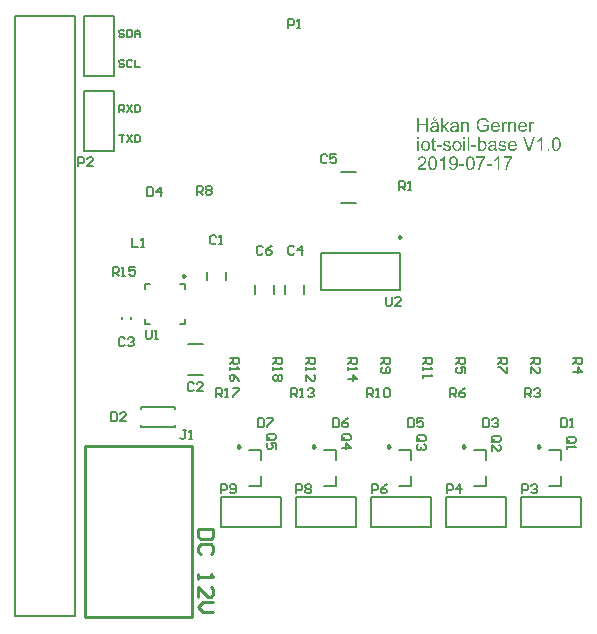
<source format=gto>
G04*
G04 #@! TF.GenerationSoftware,Altium Limited,Altium Designer,19.0.15 (446)*
G04*
G04 Layer_Color=65535*
%FSLAX25Y25*%
%MOIN*%
G70*
G01*
G75*
%ADD10C,0.00394*%
%ADD11C,0.00984*%
%ADD12C,0.00787*%
%ADD13C,0.01000*%
%ADD14C,0.00600*%
G36*
X271910Y381376D02*
X271968Y381363D01*
X272026Y381343D01*
X272091Y381311D01*
X272156Y381272D01*
X272221Y381214D01*
X272227Y381207D01*
X272247Y381188D01*
X272273Y381149D01*
X272305Y381104D01*
X272331Y381045D01*
X272357Y380980D01*
X272376Y380903D01*
X272383Y380819D01*
Y380805D01*
Y380780D01*
X272376Y380734D01*
X272363Y380676D01*
X272344Y380618D01*
X272312Y380546D01*
X272273Y380482D01*
X272214Y380417D01*
X272208Y380410D01*
X272188Y380391D01*
X272150Y380365D01*
X272104Y380339D01*
X272052Y380307D01*
X271988Y380281D01*
X271910Y380261D01*
X271832Y380255D01*
X271793D01*
X271754Y380261D01*
X271696Y380274D01*
X271638Y380294D01*
X271573Y380326D01*
X271508Y380365D01*
X271443Y380417D01*
X271437Y380423D01*
X271417Y380449D01*
X271391Y380482D01*
X271365Y380533D01*
X271333Y380592D01*
X271307Y380663D01*
X271288Y380741D01*
X271281Y380831D01*
Y380844D01*
Y380870D01*
X271288Y380909D01*
X271301Y380961D01*
X271320Y381019D01*
X271353Y381084D01*
X271391Y381149D01*
X271443Y381214D01*
X271450Y381220D01*
X271469Y381240D01*
X271508Y381266D01*
X271553Y381298D01*
X271612Y381330D01*
X271676Y381356D01*
X271748Y381376D01*
X271832Y381382D01*
X271871D01*
X271910Y381376D01*
D02*
G37*
G36*
X288077Y381155D02*
X288129D01*
X288252Y381142D01*
X288388Y381123D01*
X288531Y381091D01*
X288686Y381052D01*
X288836Y381000D01*
X288842D01*
X288855Y380993D01*
X288875Y380987D01*
X288900Y380974D01*
X288972Y380935D01*
X289062Y380890D01*
X289160Y380825D01*
X289263Y380747D01*
X289360Y380663D01*
X289451Y380559D01*
X289464Y380546D01*
X289490Y380507D01*
X289529Y380449D01*
X289581Y380365D01*
X289633Y380261D01*
X289691Y380132D01*
X289749Y379989D01*
X289795Y379827D01*
X289257Y379684D01*
Y379691D01*
X289250Y379697D01*
X289244Y379717D01*
X289237Y379743D01*
X289218Y379801D01*
X289192Y379879D01*
X289153Y379970D01*
X289108Y380054D01*
X289062Y380145D01*
X289004Y380222D01*
X288998Y380229D01*
X288978Y380255D01*
X288939Y380287D01*
X288894Y380332D01*
X288836Y380384D01*
X288758Y380436D01*
X288674Y380488D01*
X288576Y380533D01*
X288563Y380540D01*
X288531Y380553D01*
X288473Y380572D01*
X288395Y380598D01*
X288304Y380618D01*
X288201Y380637D01*
X288084Y380650D01*
X287961Y380657D01*
X287890D01*
X287857Y380650D01*
X287818D01*
X287721Y380644D01*
X287611Y380624D01*
X287488Y380605D01*
X287371Y380572D01*
X287255Y380527D01*
X287242Y380520D01*
X287203Y380507D01*
X287151Y380475D01*
X287086Y380443D01*
X287008Y380391D01*
X286924Y380339D01*
X286846Y380274D01*
X286775Y380203D01*
X286769Y380196D01*
X286742Y380170D01*
X286710Y380125D01*
X286671Y380073D01*
X286626Y380009D01*
X286580Y379931D01*
X286535Y379847D01*
X286490Y379756D01*
Y379749D01*
X286483Y379736D01*
X286477Y379717D01*
X286464Y379684D01*
X286451Y379646D01*
X286438Y379600D01*
X286419Y379548D01*
X286406Y379490D01*
X286373Y379354D01*
X286347Y379199D01*
X286328Y379036D01*
X286321Y378855D01*
Y378849D01*
Y378829D01*
Y378797D01*
X286328Y378758D01*
Y378706D01*
X286334Y378641D01*
X286341Y378576D01*
X286347Y378505D01*
X286373Y378343D01*
X286406Y378175D01*
X286457Y378006D01*
X286522Y377844D01*
Y377838D01*
X286535Y377825D01*
X286542Y377805D01*
X286561Y377779D01*
X286607Y377708D01*
X286678Y377617D01*
X286762Y377520D01*
X286866Y377423D01*
X286989Y377332D01*
X287125Y377248D01*
X287131D01*
X287144Y377241D01*
X287164Y377229D01*
X287196Y377216D01*
X287228Y377203D01*
X287274Y377190D01*
X287378Y377151D01*
X287507Y377118D01*
X287650Y377086D01*
X287805Y377060D01*
X287967Y377054D01*
X288032D01*
X288071Y377060D01*
X288110D01*
X288207Y377073D01*
X288324Y377086D01*
X288447Y377112D01*
X288583Y377151D01*
X288719Y377196D01*
X288725D01*
X288738Y377203D01*
X288751Y377209D01*
X288777Y377222D01*
X288848Y377255D01*
X288926Y377293D01*
X289017Y377339D01*
X289114Y377391D01*
X289205Y377449D01*
X289283Y377514D01*
Y378356D01*
X287961D01*
Y378887D01*
X289866D01*
Y377222D01*
X289859Y377216D01*
X289846Y377209D01*
X289821Y377190D01*
X289788Y377164D01*
X289749Y377138D01*
X289704Y377105D01*
X289646Y377067D01*
X289587Y377028D01*
X289451Y376943D01*
X289296Y376853D01*
X289134Y376768D01*
X288959Y376697D01*
X288952D01*
X288939Y376691D01*
X288913Y376684D01*
X288881Y376671D01*
X288836Y376658D01*
X288784Y376639D01*
X288725Y376626D01*
X288667Y376613D01*
X288525Y376581D01*
X288363Y376548D01*
X288188Y376529D01*
X288006Y376522D01*
X287941D01*
X287896Y376529D01*
X287838D01*
X287766Y376535D01*
X287689Y376548D01*
X287604Y376555D01*
X287417Y376593D01*
X287216Y376639D01*
X287008Y376710D01*
X286905Y376749D01*
X286801Y376801D01*
X286794Y376807D01*
X286775Y376814D01*
X286749Y376833D01*
X286710Y376853D01*
X286665Y376885D01*
X286619Y376918D01*
X286496Y377008D01*
X286367Y377125D01*
X286231Y377267D01*
X286101Y377429D01*
X285984Y377617D01*
Y377624D01*
X285971Y377643D01*
X285959Y377669D01*
X285939Y377715D01*
X285920Y377760D01*
X285900Y377825D01*
X285874Y377889D01*
X285848Y377967D01*
X285822Y378051D01*
X285796Y378149D01*
X285777Y378246D01*
X285758Y378350D01*
X285725Y378576D01*
X285712Y378816D01*
Y378823D01*
Y378849D01*
Y378881D01*
X285719Y378926D01*
Y378985D01*
X285725Y379056D01*
X285738Y379127D01*
X285745Y379211D01*
X285764Y379302D01*
X285777Y379399D01*
X285829Y379607D01*
X285894Y379821D01*
X285984Y380034D01*
X285991Y380041D01*
X285997Y380060D01*
X286010Y380086D01*
X286036Y380125D01*
X286062Y380177D01*
X286094Y380229D01*
X286185Y380352D01*
X286295Y380494D01*
X286432Y380631D01*
X286587Y380767D01*
X286678Y380825D01*
X286769Y380883D01*
X286775Y380890D01*
X286794Y380896D01*
X286820Y380909D01*
X286859Y380929D01*
X286911Y380948D01*
X286969Y380974D01*
X287034Y381000D01*
X287112Y381026D01*
X287196Y381052D01*
X287287Y381071D01*
X287384Y381097D01*
X287488Y381117D01*
X287715Y381149D01*
X287831Y381162D01*
X288038D01*
X288077Y381155D01*
D02*
G37*
G36*
X297869Y379918D02*
X297940Y379911D01*
X298024Y379898D01*
X298115Y379879D01*
X298212Y379853D01*
X298303Y379814D01*
X298316Y379808D01*
X298342Y379795D01*
X298387Y379775D01*
X298439Y379743D01*
X298504Y379704D01*
X298562Y379652D01*
X298620Y379600D01*
X298672Y379535D01*
X298679Y379529D01*
X298692Y379503D01*
X298711Y379471D01*
X298744Y379425D01*
X298769Y379361D01*
X298795Y379296D01*
X298828Y379218D01*
X298847Y379134D01*
Y379127D01*
X298854Y379101D01*
X298860Y379062D01*
X298867Y379011D01*
Y378933D01*
X298873Y378842D01*
X298880Y378732D01*
Y378596D01*
Y376600D01*
X298329D01*
Y378570D01*
Y378576D01*
Y378583D01*
Y378628D01*
Y378687D01*
X298322Y378758D01*
X298316Y378842D01*
X298303Y378926D01*
X298283Y379004D01*
X298264Y379075D01*
Y379082D01*
X298251Y379101D01*
X298232Y379134D01*
X298212Y379173D01*
X298180Y379211D01*
X298141Y379257D01*
X298089Y379302D01*
X298031Y379341D01*
X298024Y379347D01*
X298005Y379361D01*
X297966Y379373D01*
X297921Y379393D01*
X297869Y379412D01*
X297804Y379432D01*
X297726Y379438D01*
X297648Y379445D01*
X297616D01*
X297590Y379438D01*
X297525Y379432D01*
X297441Y379419D01*
X297350Y379386D01*
X297247Y379347D01*
X297143Y379296D01*
X297046Y379218D01*
X297033Y379205D01*
X297007Y379173D01*
X296987Y379147D01*
X296968Y379114D01*
X296942Y379075D01*
X296923Y379030D01*
X296897Y378978D01*
X296871Y378913D01*
X296851Y378842D01*
X296832Y378764D01*
X296819Y378680D01*
X296806Y378589D01*
X296793Y378479D01*
Y378369D01*
Y376600D01*
X296242D01*
Y379853D01*
X296735D01*
Y379386D01*
X296741Y379393D01*
X296754Y379412D01*
X296774Y379438D01*
X296799Y379471D01*
X296838Y379509D01*
X296884Y379555D01*
X296936Y379607D01*
X297000Y379659D01*
X297065Y379704D01*
X297143Y379756D01*
X297227Y379801D01*
X297318Y379840D01*
X297422Y379872D01*
X297525Y379898D01*
X297642Y379918D01*
X297765Y379924D01*
X297817D01*
X297869Y379918D01*
D02*
G37*
G36*
X282194D02*
X282265Y379911D01*
X282349Y379898D01*
X282440Y379879D01*
X282537Y379853D01*
X282628Y379814D01*
X282641Y379808D01*
X282667Y379795D01*
X282712Y379775D01*
X282764Y379743D01*
X282829Y379704D01*
X282887Y379652D01*
X282945Y379600D01*
X282997Y379535D01*
X283004Y379529D01*
X283017Y379503D01*
X283036Y379471D01*
X283068Y379425D01*
X283094Y379361D01*
X283120Y379296D01*
X283153Y379218D01*
X283172Y379134D01*
Y379127D01*
X283178Y379101D01*
X283185Y379062D01*
X283191Y379011D01*
Y378933D01*
X283198Y378842D01*
X283205Y378732D01*
Y378596D01*
Y376600D01*
X282654D01*
Y378570D01*
Y378576D01*
Y378583D01*
Y378628D01*
Y378687D01*
X282647Y378758D01*
X282641Y378842D01*
X282628Y378926D01*
X282608Y379004D01*
X282589Y379075D01*
Y379082D01*
X282576Y379101D01*
X282557Y379134D01*
X282537Y379173D01*
X282505Y379211D01*
X282466Y379257D01*
X282414Y379302D01*
X282356Y379341D01*
X282349Y379347D01*
X282330Y379361D01*
X282291Y379373D01*
X282245Y379393D01*
X282194Y379412D01*
X282129Y379432D01*
X282051Y379438D01*
X281973Y379445D01*
X281941D01*
X281915Y379438D01*
X281850Y379432D01*
X281766Y379419D01*
X281675Y379386D01*
X281572Y379347D01*
X281468Y379296D01*
X281371Y379218D01*
X281358Y379205D01*
X281332Y379173D01*
X281312Y379147D01*
X281293Y379114D01*
X281267Y379075D01*
X281247Y379030D01*
X281222Y378978D01*
X281196Y378913D01*
X281176Y378842D01*
X281157Y378764D01*
X281144Y378680D01*
X281131Y378589D01*
X281118Y378479D01*
Y378369D01*
Y376600D01*
X280567D01*
Y379853D01*
X281060D01*
Y379386D01*
X281066Y379393D01*
X281079Y379412D01*
X281099Y379438D01*
X281124Y379471D01*
X281163Y379509D01*
X281209Y379555D01*
X281260Y379607D01*
X281325Y379659D01*
X281390Y379704D01*
X281468Y379756D01*
X281552Y379801D01*
X281643Y379840D01*
X281747Y379872D01*
X281850Y379898D01*
X281967Y379918D01*
X282090Y379924D01*
X282142D01*
X282194Y379918D01*
D02*
G37*
G36*
X304511D02*
X304582Y379905D01*
X304666Y379879D01*
X304757Y379847D01*
X304861Y379801D01*
X304971Y379743D01*
X304770Y379237D01*
X304763Y379244D01*
X304737Y379257D01*
X304699Y379276D01*
X304647Y379296D01*
X304589Y379315D01*
X304517Y379335D01*
X304446Y379347D01*
X304375Y379354D01*
X304342D01*
X304310Y379347D01*
X304264Y379341D01*
X304219Y379328D01*
X304161Y379309D01*
X304102Y379283D01*
X304051Y379244D01*
X304044Y379237D01*
X304025Y379224D01*
X304005Y379199D01*
X303973Y379166D01*
X303941Y379121D01*
X303908Y379069D01*
X303876Y379011D01*
X303850Y378939D01*
X303843Y378926D01*
X303837Y378887D01*
X303824Y378829D01*
X303804Y378751D01*
X303785Y378654D01*
X303772Y378544D01*
X303766Y378427D01*
X303759Y378298D01*
Y376600D01*
X303208D01*
Y379853D01*
X303707D01*
Y379361D01*
X303714Y379367D01*
X303740Y379412D01*
X303772Y379471D01*
X303824Y379542D01*
X303876Y379613D01*
X303934Y379691D01*
X303992Y379756D01*
X304051Y379808D01*
X304057Y379814D01*
X304077Y379827D01*
X304115Y379847D01*
X304154Y379866D01*
X304206Y379885D01*
X304271Y379905D01*
X304336Y379918D01*
X304407Y379924D01*
X304452D01*
X304511Y379918D01*
D02*
G37*
G36*
X295452D02*
X295523Y379905D01*
X295607Y379879D01*
X295698Y379847D01*
X295802Y379801D01*
X295912Y379743D01*
X295711Y379237D01*
X295704Y379244D01*
X295678Y379257D01*
X295640Y379276D01*
X295588Y379296D01*
X295529Y379315D01*
X295458Y379335D01*
X295387Y379347D01*
X295316Y379354D01*
X295283D01*
X295251Y379347D01*
X295205Y379341D01*
X295160Y379328D01*
X295102Y379309D01*
X295043Y379283D01*
X294992Y379244D01*
X294985Y379237D01*
X294966Y379224D01*
X294946Y379199D01*
X294914Y379166D01*
X294881Y379121D01*
X294849Y379069D01*
X294817Y379011D01*
X294791Y378939D01*
X294784Y378926D01*
X294778Y378887D01*
X294765Y378829D01*
X294745Y378751D01*
X294726Y378654D01*
X294713Y378544D01*
X294707Y378427D01*
X294700Y378298D01*
Y376600D01*
X294149D01*
Y379853D01*
X294648D01*
Y379361D01*
X294655Y379367D01*
X294681Y379412D01*
X294713Y379471D01*
X294765Y379542D01*
X294817Y379613D01*
X294875Y379691D01*
X294933Y379756D01*
X294992Y379808D01*
X294998Y379814D01*
X295018Y379827D01*
X295056Y379847D01*
X295095Y379866D01*
X295147Y379885D01*
X295212Y379905D01*
X295277Y379918D01*
X295348Y379924D01*
X295393D01*
X295452Y379918D01*
D02*
G37*
G36*
X269538Y376600D02*
X268942D01*
Y378713D01*
X266622D01*
Y376600D01*
X266026D01*
Y381084D01*
X266622D01*
Y379244D01*
X268942D01*
Y381084D01*
X269538D01*
Y376600D01*
D02*
G37*
G36*
X278597Y379918D02*
X278694Y379911D01*
X278805Y379898D01*
X278915Y379879D01*
X279025Y379853D01*
X279129Y379821D01*
X279141Y379814D01*
X279174Y379801D01*
X279219Y379782D01*
X279278Y379756D01*
X279342Y379717D01*
X279407Y379678D01*
X279466Y379626D01*
X279517Y379574D01*
X279524Y379568D01*
X279537Y379548D01*
X279556Y379516D01*
X279582Y379477D01*
X279615Y379419D01*
X279641Y379361D01*
X279666Y379289D01*
X279686Y379205D01*
Y379199D01*
X279692Y379179D01*
X279699Y379140D01*
X279705Y379088D01*
Y379017D01*
X279712Y378933D01*
X279718Y378823D01*
Y378699D01*
Y377961D01*
Y377954D01*
Y377928D01*
Y377889D01*
Y377838D01*
Y377779D01*
Y377708D01*
X279725Y377553D01*
Y377391D01*
X279731Y377229D01*
X279738Y377157D01*
Y377093D01*
X279744Y377034D01*
X279751Y376989D01*
Y376982D01*
X279757Y376956D01*
X279764Y376918D01*
X279783Y376866D01*
X279796Y376807D01*
X279822Y376743D01*
X279854Y376671D01*
X279887Y376600D01*
X279310D01*
X279304Y376606D01*
X279297Y376632D01*
X279284Y376665D01*
X279265Y376717D01*
X279245Y376775D01*
X279232Y376846D01*
X279219Y376924D01*
X279206Y377008D01*
X279200D01*
X279193Y376995D01*
X279154Y376963D01*
X279096Y376918D01*
X279018Y376859D01*
X278921Y376801D01*
X278824Y376736D01*
X278720Y376678D01*
X278610Y376632D01*
X278597Y376626D01*
X278558Y376619D01*
X278500Y376600D01*
X278429Y376581D01*
X278338Y376561D01*
X278234Y376548D01*
X278118Y376535D01*
X278001Y376529D01*
X277949D01*
X277910Y376535D01*
X277865D01*
X277813Y376542D01*
X277696Y376561D01*
X277567Y376593D01*
X277424Y376639D01*
X277295Y376704D01*
X277178Y376788D01*
X277165Y376801D01*
X277133Y376833D01*
X277087Y376892D01*
X277035Y376969D01*
X276984Y377067D01*
X276938Y377177D01*
X276906Y377313D01*
X276899Y377378D01*
X276893Y377455D01*
Y377468D01*
Y377494D01*
X276899Y377540D01*
X276906Y377598D01*
X276919Y377669D01*
X276938Y377741D01*
X276964Y377818D01*
X276997Y377889D01*
X277003Y377896D01*
X277016Y377922D01*
X277042Y377961D01*
X277074Y378006D01*
X277113Y378058D01*
X277165Y378110D01*
X277217Y378162D01*
X277282Y378207D01*
X277288Y378214D01*
X277314Y378226D01*
X277346Y378252D01*
X277398Y378278D01*
X277457Y378304D01*
X277528Y378337D01*
X277599Y378363D01*
X277683Y378389D01*
X277690D01*
X277716Y378395D01*
X277755Y378408D01*
X277807Y378414D01*
X277871Y378427D01*
X277956Y378440D01*
X278053Y378460D01*
X278169Y378473D01*
X278176D01*
X278202Y378479D01*
X278234D01*
X278280Y378486D01*
X278331Y378492D01*
X278396Y378505D01*
X278468Y378512D01*
X278545Y378525D01*
X278701Y378557D01*
X278869Y378589D01*
X279018Y378628D01*
X279090Y378648D01*
X279154Y378667D01*
Y378674D01*
Y378687D01*
X279161Y378725D01*
Y378771D01*
Y378797D01*
Y378810D01*
Y378816D01*
Y378823D01*
Y378861D01*
X279154Y378926D01*
X279141Y378998D01*
X279122Y379075D01*
X279090Y379153D01*
X279051Y379224D01*
X278999Y379283D01*
X278993Y379289D01*
X278960Y379315D01*
X278908Y379341D01*
X278843Y379380D01*
X278753Y379412D01*
X278649Y379445D01*
X278519Y379464D01*
X278370Y379471D01*
X278306D01*
X278241Y379464D01*
X278150Y379451D01*
X278059Y379438D01*
X277962Y379412D01*
X277871Y379380D01*
X277794Y379335D01*
X277787Y379328D01*
X277761Y379309D01*
X277729Y379276D01*
X277690Y379224D01*
X277651Y379160D01*
X277606Y379075D01*
X277567Y378972D01*
X277528Y378855D01*
X276990Y378926D01*
Y378933D01*
X276997Y378939D01*
Y378959D01*
X277003Y378985D01*
X277023Y379043D01*
X277048Y379127D01*
X277081Y379211D01*
X277120Y379302D01*
X277172Y379393D01*
X277230Y379477D01*
X277236Y379484D01*
X277262Y379509D01*
X277301Y379548D01*
X277353Y379600D01*
X277424Y379652D01*
X277509Y379704D01*
X277606Y379762D01*
X277716Y379808D01*
X277722D01*
X277729Y379814D01*
X277748Y379821D01*
X277774Y379827D01*
X277839Y379847D01*
X277930Y379866D01*
X278033Y379885D01*
X278163Y379905D01*
X278299Y379918D01*
X278455Y379924D01*
X278526D01*
X278597Y379918D01*
D02*
G37*
G36*
X274495Y378525D02*
X275798Y379853D01*
X276517D01*
X275267Y378641D01*
X276640Y376600D01*
X275960D01*
X274878Y378259D01*
X274495Y377889D01*
Y376600D01*
X273944D01*
Y381084D01*
X274495D01*
Y378525D01*
D02*
G37*
G36*
X271975Y379918D02*
X272072Y379911D01*
X272182Y379898D01*
X272292Y379879D01*
X272402Y379853D01*
X272506Y379821D01*
X272519Y379814D01*
X272551Y379801D01*
X272597Y379782D01*
X272655Y379756D01*
X272720Y379717D01*
X272785Y379678D01*
X272843Y379626D01*
X272895Y379574D01*
X272901Y379568D01*
X272914Y379548D01*
X272934Y379516D01*
X272960Y379477D01*
X272992Y379419D01*
X273018Y379361D01*
X273044Y379289D01*
X273063Y379205D01*
Y379199D01*
X273070Y379179D01*
X273076Y379140D01*
X273083Y379088D01*
Y379017D01*
X273089Y378933D01*
X273096Y378823D01*
Y378699D01*
Y377961D01*
Y377954D01*
Y377928D01*
Y377889D01*
Y377838D01*
Y377779D01*
Y377708D01*
X273102Y377553D01*
Y377391D01*
X273109Y377229D01*
X273115Y377157D01*
Y377093D01*
X273122Y377034D01*
X273128Y376989D01*
Y376982D01*
X273134Y376956D01*
X273141Y376918D01*
X273161Y376866D01*
X273173Y376807D01*
X273199Y376743D01*
X273232Y376671D01*
X273264Y376600D01*
X272687D01*
X272681Y376606D01*
X272674Y376632D01*
X272661Y376665D01*
X272642Y376717D01*
X272623Y376775D01*
X272610Y376846D01*
X272597Y376924D01*
X272584Y377008D01*
X272577D01*
X272571Y376995D01*
X272532Y376963D01*
X272474Y376918D01*
X272396Y376859D01*
X272299Y376801D01*
X272201Y376736D01*
X272098Y376678D01*
X271988Y376632D01*
X271975Y376626D01*
X271936Y376619D01*
X271877Y376600D01*
X271806Y376581D01*
X271715Y376561D01*
X271612Y376548D01*
X271495Y376535D01*
X271378Y376529D01*
X271327D01*
X271288Y376535D01*
X271242D01*
X271191Y376542D01*
X271074Y376561D01*
X270944Y376593D01*
X270802Y376639D01*
X270672Y376704D01*
X270555Y376788D01*
X270543Y376801D01*
X270510Y376833D01*
X270465Y376892D01*
X270413Y376969D01*
X270361Y377067D01*
X270316Y377177D01*
X270283Y377313D01*
X270277Y377378D01*
X270270Y377455D01*
Y377468D01*
Y377494D01*
X270277Y377540D01*
X270283Y377598D01*
X270296Y377669D01*
X270316Y377741D01*
X270342Y377818D01*
X270374Y377889D01*
X270380Y377896D01*
X270393Y377922D01*
X270419Y377961D01*
X270452Y378006D01*
X270491Y378058D01*
X270543Y378110D01*
X270594Y378162D01*
X270659Y378207D01*
X270666Y378214D01*
X270692Y378226D01*
X270724Y378252D01*
X270776Y378278D01*
X270834Y378304D01*
X270905Y378337D01*
X270977Y378363D01*
X271061Y378389D01*
X271067D01*
X271093Y378395D01*
X271132Y378408D01*
X271184Y378414D01*
X271249Y378427D01*
X271333Y378440D01*
X271430Y378460D01*
X271547Y378473D01*
X271553D01*
X271579Y378479D01*
X271612D01*
X271657Y378486D01*
X271709Y378492D01*
X271774Y378505D01*
X271845Y378512D01*
X271923Y378525D01*
X272078Y378557D01*
X272247Y378589D01*
X272396Y378628D01*
X272467Y378648D01*
X272532Y378667D01*
Y378674D01*
Y378687D01*
X272538Y378725D01*
Y378771D01*
Y378797D01*
Y378810D01*
Y378816D01*
Y378823D01*
Y378861D01*
X272532Y378926D01*
X272519Y378998D01*
X272499Y379075D01*
X272467Y379153D01*
X272428Y379224D01*
X272376Y379283D01*
X272370Y379289D01*
X272338Y379315D01*
X272286Y379341D01*
X272221Y379380D01*
X272130Y379412D01*
X272026Y379445D01*
X271897Y379464D01*
X271748Y379471D01*
X271683D01*
X271618Y379464D01*
X271528Y379451D01*
X271437Y379438D01*
X271340Y379412D01*
X271249Y379380D01*
X271171Y379335D01*
X271165Y379328D01*
X271139Y379309D01*
X271106Y379276D01*
X271067Y379224D01*
X271028Y379160D01*
X270983Y379075D01*
X270944Y378972D01*
X270905Y378855D01*
X270368Y378926D01*
Y378933D01*
X270374Y378939D01*
Y378959D01*
X270380Y378985D01*
X270400Y379043D01*
X270426Y379127D01*
X270458Y379211D01*
X270497Y379302D01*
X270549Y379393D01*
X270607Y379477D01*
X270614Y379484D01*
X270640Y379509D01*
X270679Y379548D01*
X270730Y379600D01*
X270802Y379652D01*
X270886Y379704D01*
X270983Y379762D01*
X271093Y379808D01*
X271100D01*
X271106Y379814D01*
X271126Y379821D01*
X271152Y379827D01*
X271217Y379847D01*
X271307Y379866D01*
X271411Y379885D01*
X271540Y379905D01*
X271676Y379918D01*
X271832Y379924D01*
X271903D01*
X271975Y379918D01*
D02*
G37*
G36*
X301167D02*
X301219Y379911D01*
X301284Y379898D01*
X301355Y379885D01*
X301439Y379866D01*
X301517Y379847D01*
X301608Y379814D01*
X301692Y379782D01*
X301783Y379736D01*
X301873Y379684D01*
X301964Y379626D01*
X302048Y379555D01*
X302126Y379477D01*
X302133Y379471D01*
X302146Y379458D01*
X302165Y379432D01*
X302191Y379393D01*
X302223Y379347D01*
X302256Y379296D01*
X302294Y379231D01*
X302333Y379153D01*
X302372Y379069D01*
X302411Y378978D01*
X302444Y378874D01*
X302476Y378764D01*
X302502Y378641D01*
X302521Y378512D01*
X302534Y378376D01*
X302541Y378226D01*
Y378220D01*
Y378194D01*
Y378149D01*
X302534Y378084D01*
X300104D01*
Y378077D01*
Y378058D01*
X300111Y378032D01*
Y377993D01*
X300117Y377948D01*
X300130Y377896D01*
X300150Y377779D01*
X300188Y377650D01*
X300240Y377507D01*
X300312Y377378D01*
X300402Y377261D01*
X300409D01*
X300415Y377248D01*
X300454Y377216D01*
X300513Y377170D01*
X300590Y377125D01*
X300694Y377073D01*
X300811Y377028D01*
X300940Y376995D01*
X301011Y376989D01*
X301089Y376982D01*
X301141D01*
X301199Y376989D01*
X301271Y377002D01*
X301348Y377021D01*
X301439Y377047D01*
X301523Y377086D01*
X301608Y377138D01*
X301614Y377144D01*
X301646Y377170D01*
X301685Y377209D01*
X301731Y377261D01*
X301783Y377332D01*
X301841Y377423D01*
X301899Y377527D01*
X301951Y377650D01*
X302521Y377578D01*
Y377572D01*
X302515Y377559D01*
X302508Y377533D01*
X302495Y377494D01*
X302476Y377455D01*
X302457Y377403D01*
X302405Y377293D01*
X302340Y377170D01*
X302249Y377041D01*
X302146Y376918D01*
X302016Y376801D01*
X302009D01*
X301996Y376788D01*
X301977Y376775D01*
X301951Y376755D01*
X301912Y376736D01*
X301873Y376717D01*
X301821Y376691D01*
X301763Y376665D01*
X301698Y376639D01*
X301634Y376613D01*
X301472Y376574D01*
X301290Y376542D01*
X301089Y376529D01*
X301018D01*
X300973Y376535D01*
X300914Y376542D01*
X300843Y376555D01*
X300765Y376568D01*
X300681Y376581D01*
X300500Y376632D01*
X300402Y376671D01*
X300312Y376710D01*
X300215Y376762D01*
X300124Y376820D01*
X300040Y376885D01*
X299955Y376963D01*
X299949Y376969D01*
X299936Y376982D01*
X299916Y377008D01*
X299890Y377047D01*
X299858Y377093D01*
X299826Y377144D01*
X299787Y377209D01*
X299748Y377280D01*
X299709Y377365D01*
X299670Y377455D01*
X299638Y377559D01*
X299605Y377669D01*
X299579Y377786D01*
X299560Y377915D01*
X299547Y378051D01*
X299540Y378194D01*
Y378201D01*
Y378233D01*
Y378272D01*
X299547Y378330D01*
X299553Y378401D01*
X299560Y378479D01*
X299573Y378570D01*
X299592Y378661D01*
X299644Y378868D01*
X299677Y378972D01*
X299715Y379082D01*
X299767Y379186D01*
X299826Y379283D01*
X299890Y379380D01*
X299962Y379471D01*
X299968Y379477D01*
X299981Y379490D01*
X300007Y379509D01*
X300040Y379542D01*
X300078Y379574D01*
X300130Y379613D01*
X300188Y379659D01*
X300260Y379697D01*
X300331Y379743D01*
X300415Y379782D01*
X300506Y379821D01*
X300603Y379853D01*
X300707Y379885D01*
X300817Y379905D01*
X300934Y379918D01*
X301057Y379924D01*
X301122D01*
X301167Y379918D01*
D02*
G37*
G36*
X292108D02*
X292160Y379911D01*
X292225Y379898D01*
X292296Y379885D01*
X292380Y379866D01*
X292458Y379847D01*
X292549Y379814D01*
X292633Y379782D01*
X292724Y379736D01*
X292814Y379684D01*
X292905Y379626D01*
X292989Y379555D01*
X293067Y379477D01*
X293074Y379471D01*
X293087Y379458D01*
X293106Y379432D01*
X293132Y379393D01*
X293164Y379347D01*
X293197Y379296D01*
X293235Y379231D01*
X293274Y379153D01*
X293313Y379069D01*
X293352Y378978D01*
X293385Y378874D01*
X293417Y378764D01*
X293443Y378641D01*
X293462Y378512D01*
X293475Y378376D01*
X293482Y378226D01*
Y378220D01*
Y378194D01*
Y378149D01*
X293475Y378084D01*
X291045D01*
Y378077D01*
Y378058D01*
X291052Y378032D01*
Y377993D01*
X291058Y377948D01*
X291071Y377896D01*
X291091Y377779D01*
X291129Y377650D01*
X291181Y377507D01*
X291253Y377378D01*
X291343Y377261D01*
X291350D01*
X291356Y377248D01*
X291395Y377216D01*
X291454Y377170D01*
X291531Y377125D01*
X291635Y377073D01*
X291752Y377028D01*
X291881Y376995D01*
X291952Y376989D01*
X292030Y376982D01*
X292082D01*
X292140Y376989D01*
X292212Y377002D01*
X292289Y377021D01*
X292380Y377047D01*
X292464Y377086D01*
X292549Y377138D01*
X292555Y377144D01*
X292587Y377170D01*
X292626Y377209D01*
X292672Y377261D01*
X292724Y377332D01*
X292782Y377423D01*
X292840Y377527D01*
X292892Y377650D01*
X293462Y377578D01*
Y377572D01*
X293456Y377559D01*
X293449Y377533D01*
X293436Y377494D01*
X293417Y377455D01*
X293397Y377403D01*
X293346Y377293D01*
X293281Y377170D01*
X293190Y377041D01*
X293087Y376918D01*
X292957Y376801D01*
X292950D01*
X292937Y376788D01*
X292918Y376775D01*
X292892Y376755D01*
X292853Y376736D01*
X292814Y376717D01*
X292762Y376691D01*
X292704Y376665D01*
X292639Y376639D01*
X292575Y376613D01*
X292413Y376574D01*
X292231Y376542D01*
X292030Y376529D01*
X291959D01*
X291914Y376535D01*
X291855Y376542D01*
X291784Y376555D01*
X291706Y376568D01*
X291622Y376581D01*
X291441Y376632D01*
X291343Y376671D01*
X291253Y376710D01*
X291155Y376762D01*
X291065Y376820D01*
X290981Y376885D01*
X290896Y376963D01*
X290890Y376969D01*
X290877Y376982D01*
X290857Y377008D01*
X290831Y377047D01*
X290799Y377093D01*
X290767Y377144D01*
X290728Y377209D01*
X290689Y377280D01*
X290650Y377365D01*
X290611Y377455D01*
X290579Y377559D01*
X290546Y377669D01*
X290520Y377786D01*
X290501Y377915D01*
X290488Y378051D01*
X290481Y378194D01*
Y378201D01*
Y378233D01*
Y378272D01*
X290488Y378330D01*
X290494Y378401D01*
X290501Y378479D01*
X290514Y378570D01*
X290533Y378661D01*
X290585Y378868D01*
X290618Y378972D01*
X290656Y379082D01*
X290708Y379186D01*
X290767Y379283D01*
X290831Y379380D01*
X290903Y379471D01*
X290909Y379477D01*
X290922Y379490D01*
X290948Y379509D01*
X290981Y379542D01*
X291019Y379574D01*
X291071Y379613D01*
X291129Y379659D01*
X291201Y379697D01*
X291272Y379743D01*
X291356Y379782D01*
X291447Y379821D01*
X291544Y379853D01*
X291648Y379885D01*
X291758Y379905D01*
X291875Y379918D01*
X291998Y379924D01*
X292063D01*
X292108Y379918D01*
D02*
G37*
G36*
X281908Y374106D02*
X281358D01*
Y374734D01*
X281908D01*
Y374106D01*
D02*
G37*
G36*
X266577D02*
X266026D01*
Y374734D01*
X266577D01*
Y374106D01*
D02*
G37*
G36*
X294402Y373568D02*
X294499Y373561D01*
X294603Y373548D01*
X294713Y373522D01*
X294830Y373497D01*
X294940Y373458D01*
X294946D01*
X294953Y373451D01*
X294985Y373438D01*
X295037Y373412D01*
X295102Y373380D01*
X295173Y373335D01*
X295244Y373283D01*
X295309Y373224D01*
X295367Y373160D01*
X295374Y373153D01*
X295387Y373127D01*
X295413Y373082D01*
X295445Y373030D01*
X295478Y372952D01*
X295510Y372868D01*
X295536Y372771D01*
X295562Y372661D01*
X295024Y372589D01*
Y372602D01*
X295018Y372628D01*
X295005Y372674D01*
X294985Y372732D01*
X294953Y372790D01*
X294914Y372855D01*
X294868Y372920D01*
X294804Y372978D01*
X294797Y372985D01*
X294771Y372997D01*
X294732Y373023D01*
X294674Y373049D01*
X294609Y373075D01*
X294525Y373101D01*
X294421Y373114D01*
X294311Y373121D01*
X294246D01*
X294182Y373114D01*
X294097Y373108D01*
X294013Y373088D01*
X293922Y373069D01*
X293838Y373036D01*
X293767Y372991D01*
X293760Y372985D01*
X293741Y372972D01*
X293715Y372946D01*
X293689Y372907D01*
X293657Y372868D01*
X293631Y372816D01*
X293611Y372758D01*
X293605Y372699D01*
Y372693D01*
Y372680D01*
X293611Y372661D01*
Y372635D01*
X293631Y372570D01*
X293670Y372505D01*
X293676Y372499D01*
X293683Y372492D01*
X293696Y372473D01*
X293722Y372453D01*
X293747Y372434D01*
X293786Y372408D01*
X293832Y372388D01*
X293883Y372362D01*
X293890D01*
X293903Y372356D01*
X293929Y372350D01*
X293974Y372330D01*
X294039Y372311D01*
X294123Y372291D01*
X294175Y372272D01*
X294233Y372259D01*
X294298Y372239D01*
X294370Y372220D01*
X294376D01*
X294395Y372213D01*
X294428Y372207D01*
X294467Y372194D01*
X294512Y372181D01*
X294570Y372168D01*
X294693Y372129D01*
X294830Y372090D01*
X294966Y372045D01*
X295089Y372000D01*
X295141Y371980D01*
X295186Y371961D01*
X295199Y371954D01*
X295225Y371941D01*
X295264Y371922D01*
X295322Y371889D01*
X295380Y371851D01*
X295439Y371799D01*
X295497Y371740D01*
X295549Y371676D01*
X295555Y371669D01*
X295568Y371643D01*
X295594Y371604D01*
X295620Y371546D01*
X295640Y371475D01*
X295666Y371397D01*
X295678Y371306D01*
X295685Y371203D01*
Y371190D01*
Y371157D01*
X295678Y371105D01*
X295666Y371034D01*
X295646Y370956D01*
X295614Y370872D01*
X295575Y370775D01*
X295523Y370684D01*
X295516Y370671D01*
X295491Y370645D01*
X295458Y370600D01*
X295406Y370548D01*
X295335Y370490D01*
X295257Y370425D01*
X295167Y370367D01*
X295056Y370308D01*
X295050D01*
X295043Y370302D01*
X295005Y370289D01*
X294940Y370269D01*
X294855Y370244D01*
X294752Y370218D01*
X294635Y370198D01*
X294512Y370185D01*
X294370Y370179D01*
X294311D01*
X294266Y370185D01*
X294214D01*
X294149Y370192D01*
X294084Y370198D01*
X294013Y370211D01*
X293858Y370244D01*
X293696Y370289D01*
X293540Y370354D01*
X293469Y370393D01*
X293404Y370438D01*
X293397Y370444D01*
X293391Y370451D01*
X293352Y370490D01*
X293294Y370548D01*
X293229Y370639D01*
X293158Y370749D01*
X293087Y370879D01*
X293028Y371041D01*
X292983Y371222D01*
X293527Y371306D01*
Y371300D01*
Y371293D01*
X293540Y371254D01*
X293553Y371190D01*
X293579Y371118D01*
X293611Y371041D01*
X293650Y370956D01*
X293709Y370872D01*
X293780Y370801D01*
X293793Y370794D01*
X293819Y370775D01*
X293871Y370749D01*
X293935Y370717D01*
X294020Y370684D01*
X294117Y370658D01*
X294233Y370639D01*
X294370Y370632D01*
X294434D01*
X294499Y370639D01*
X294583Y370652D01*
X294674Y370671D01*
X294771Y370697D01*
X294855Y370729D01*
X294933Y370781D01*
X294940Y370788D01*
X294966Y370807D01*
X294992Y370840D01*
X295030Y370885D01*
X295063Y370937D01*
X295095Y371002D01*
X295115Y371066D01*
X295121Y371144D01*
Y371151D01*
Y371177D01*
X295115Y371209D01*
X295102Y371254D01*
X295082Y371300D01*
X295050Y371345D01*
X295011Y371397D01*
X294953Y371436D01*
X294946Y371442D01*
X294927Y371449D01*
X294894Y371468D01*
X294843Y371488D01*
X294765Y371514D01*
X294719Y371533D01*
X294668Y371546D01*
X294609Y371565D01*
X294545Y371585D01*
X294473Y371604D01*
X294389Y371624D01*
X294383D01*
X294363Y371630D01*
X294331Y371637D01*
X294292Y371650D01*
X294240Y371663D01*
X294182Y371682D01*
X294058Y371714D01*
X293916Y371760D01*
X293780Y371799D01*
X293650Y371844D01*
X293592Y371870D01*
X293547Y371889D01*
X293534Y371896D01*
X293508Y371909D01*
X293469Y371935D01*
X293417Y371967D01*
X293359Y372013D01*
X293300Y372064D01*
X293242Y372123D01*
X293190Y372194D01*
X293184Y372200D01*
X293171Y372226D01*
X293151Y372272D01*
X293132Y372324D01*
X293112Y372388D01*
X293093Y372466D01*
X293080Y372544D01*
X293074Y372635D01*
Y372648D01*
Y372674D01*
X293080Y372712D01*
X293087Y372771D01*
X293099Y372829D01*
X293112Y372900D01*
X293138Y372965D01*
X293171Y373036D01*
X293177Y373043D01*
X293190Y373069D01*
X293210Y373101D01*
X293242Y373147D01*
X293281Y373192D01*
X293326Y373250D01*
X293378Y373302D01*
X293443Y373347D01*
X293449Y373354D01*
X293469Y373360D01*
X293495Y373380D01*
X293534Y373399D01*
X293585Y373425D01*
X293644Y373451D01*
X293715Y373477D01*
X293793Y373503D01*
X293806Y373509D01*
X293832Y373516D01*
X293877Y373529D01*
X293935Y373542D01*
X294007Y373555D01*
X294084Y373561D01*
X294175Y373574D01*
X294331D01*
X294402Y373568D01*
D02*
G37*
G36*
X275934D02*
X276031Y373561D01*
X276135Y373548D01*
X276245Y373522D01*
X276362Y373497D01*
X276472Y373458D01*
X276478D01*
X276485Y373451D01*
X276517Y373438D01*
X276569Y373412D01*
X276634Y373380D01*
X276705Y373335D01*
X276776Y373283D01*
X276841Y373224D01*
X276899Y373160D01*
X276906Y373153D01*
X276919Y373127D01*
X276945Y373082D01*
X276977Y373030D01*
X277010Y372952D01*
X277042Y372868D01*
X277068Y372771D01*
X277094Y372661D01*
X276556Y372589D01*
Y372602D01*
X276550Y372628D01*
X276536Y372674D01*
X276517Y372732D01*
X276485Y372790D01*
X276446Y372855D01*
X276400Y372920D01*
X276336Y372978D01*
X276329Y372985D01*
X276303Y372997D01*
X276264Y373023D01*
X276206Y373049D01*
X276141Y373075D01*
X276057Y373101D01*
X275953Y373114D01*
X275843Y373121D01*
X275778D01*
X275714Y373114D01*
X275629Y373108D01*
X275545Y373088D01*
X275454Y373069D01*
X275370Y373036D01*
X275299Y372991D01*
X275292Y372985D01*
X275273Y372972D01*
X275247Y372946D01*
X275221Y372907D01*
X275189Y372868D01*
X275163Y372816D01*
X275143Y372758D01*
X275137Y372699D01*
Y372693D01*
Y372680D01*
X275143Y372661D01*
Y372635D01*
X275163Y372570D01*
X275202Y372505D01*
X275208Y372499D01*
X275215Y372492D01*
X275228Y372473D01*
X275254Y372453D01*
X275279Y372434D01*
X275318Y372408D01*
X275364Y372388D01*
X275415Y372362D01*
X275422D01*
X275435Y372356D01*
X275461Y372350D01*
X275506Y372330D01*
X275571Y372311D01*
X275655Y372291D01*
X275707Y372272D01*
X275765Y372259D01*
X275830Y372239D01*
X275902Y372220D01*
X275908D01*
X275927Y372213D01*
X275960Y372207D01*
X275999Y372194D01*
X276044Y372181D01*
X276102Y372168D01*
X276225Y372129D01*
X276362Y372090D01*
X276498Y372045D01*
X276621Y372000D01*
X276673Y371980D01*
X276718Y371961D01*
X276731Y371954D01*
X276757Y371941D01*
X276796Y371922D01*
X276854Y371889D01*
X276912Y371851D01*
X276971Y371799D01*
X277029Y371740D01*
X277081Y371676D01*
X277087Y371669D01*
X277100Y371643D01*
X277126Y371604D01*
X277152Y371546D01*
X277172Y371475D01*
X277198Y371397D01*
X277210Y371306D01*
X277217Y371203D01*
Y371190D01*
Y371157D01*
X277210Y371105D01*
X277198Y371034D01*
X277178Y370956D01*
X277146Y370872D01*
X277107Y370775D01*
X277055Y370684D01*
X277048Y370671D01*
X277023Y370645D01*
X276990Y370600D01*
X276938Y370548D01*
X276867Y370490D01*
X276789Y370425D01*
X276698Y370367D01*
X276588Y370308D01*
X276582D01*
X276575Y370302D01*
X276536Y370289D01*
X276472Y370269D01*
X276388Y370244D01*
X276284Y370218D01*
X276167Y370198D01*
X276044Y370185D01*
X275902Y370179D01*
X275843D01*
X275798Y370185D01*
X275746D01*
X275681Y370192D01*
X275616Y370198D01*
X275545Y370211D01*
X275390Y370244D01*
X275228Y370289D01*
X275072Y370354D01*
X275001Y370393D01*
X274936Y370438D01*
X274929Y370444D01*
X274923Y370451D01*
X274884Y370490D01*
X274826Y370548D01*
X274761Y370639D01*
X274690Y370749D01*
X274619Y370879D01*
X274560Y371041D01*
X274515Y371222D01*
X275059Y371306D01*
Y371300D01*
Y371293D01*
X275072Y371254D01*
X275085Y371190D01*
X275111Y371118D01*
X275143Y371041D01*
X275182Y370956D01*
X275240Y370872D01*
X275312Y370801D01*
X275325Y370794D01*
X275351Y370775D01*
X275403Y370749D01*
X275467Y370717D01*
X275552Y370684D01*
X275649Y370658D01*
X275765Y370639D01*
X275902Y370632D01*
X275966D01*
X276031Y370639D01*
X276115Y370652D01*
X276206Y370671D01*
X276303Y370697D01*
X276388Y370729D01*
X276465Y370781D01*
X276472Y370788D01*
X276498Y370807D01*
X276524Y370840D01*
X276562Y370885D01*
X276595Y370937D01*
X276627Y371002D01*
X276647Y371066D01*
X276653Y371144D01*
Y371151D01*
Y371177D01*
X276647Y371209D01*
X276634Y371254D01*
X276614Y371300D01*
X276582Y371345D01*
X276543Y371397D01*
X276485Y371436D01*
X276478Y371442D01*
X276459Y371449D01*
X276426Y371468D01*
X276375Y371488D01*
X276297Y371514D01*
X276251Y371533D01*
X276200Y371546D01*
X276141Y371565D01*
X276077Y371585D01*
X276005Y371604D01*
X275921Y371624D01*
X275915D01*
X275895Y371630D01*
X275863Y371637D01*
X275824Y371650D01*
X275772Y371663D01*
X275714Y371682D01*
X275590Y371714D01*
X275448Y371760D01*
X275312Y371799D01*
X275182Y371844D01*
X275124Y371870D01*
X275079Y371889D01*
X275066Y371896D01*
X275040Y371909D01*
X275001Y371935D01*
X274949Y371967D01*
X274891Y372013D01*
X274832Y372064D01*
X274774Y372123D01*
X274722Y372194D01*
X274716Y372200D01*
X274703Y372226D01*
X274683Y372272D01*
X274664Y372324D01*
X274644Y372388D01*
X274625Y372466D01*
X274612Y372544D01*
X274605Y372635D01*
Y372648D01*
Y372674D01*
X274612Y372712D01*
X274619Y372771D01*
X274631Y372829D01*
X274644Y372900D01*
X274670Y372965D01*
X274703Y373036D01*
X274709Y373043D01*
X274722Y373069D01*
X274742Y373101D01*
X274774Y373147D01*
X274813Y373192D01*
X274858Y373250D01*
X274910Y373302D01*
X274975Y373347D01*
X274981Y373354D01*
X275001Y373360D01*
X275027Y373380D01*
X275066Y373399D01*
X275117Y373425D01*
X275176Y373451D01*
X275247Y373477D01*
X275325Y373503D01*
X275338Y373509D01*
X275364Y373516D01*
X275409Y373529D01*
X275467Y373542D01*
X275539Y373555D01*
X275616Y373561D01*
X275707Y373574D01*
X275863D01*
X275934Y373568D01*
D02*
G37*
G36*
X285628Y371598D02*
X283924D01*
Y372149D01*
X285628D01*
Y371598D01*
D02*
G37*
G36*
X274132D02*
X272428D01*
Y372149D01*
X274132D01*
Y371598D01*
D02*
G37*
G36*
X303532Y370250D02*
X302910D01*
X301173Y374734D01*
X301821D01*
X302988Y371475D01*
Y371468D01*
X302994Y371455D01*
X303001Y371436D01*
X303014Y371410D01*
X303020Y371371D01*
X303033Y371332D01*
X303066Y371235D01*
X303105Y371125D01*
X303143Y371002D01*
X303221Y370743D01*
Y370749D01*
X303228Y370762D01*
X303234Y370781D01*
X303241Y370807D01*
X303260Y370879D01*
X303292Y370976D01*
X303325Y371086D01*
X303364Y371209D01*
X303409Y371339D01*
X303461Y371475D01*
X304679Y374734D01*
X305282D01*
X303532Y370250D01*
D02*
G37*
G36*
X310019D02*
X309390D01*
Y370879D01*
X310019D01*
Y370250D01*
D02*
G37*
G36*
X307666D02*
X307116D01*
Y373756D01*
X307109Y373749D01*
X307077Y373723D01*
X307038Y373684D01*
X306973Y373639D01*
X306902Y373581D01*
X306811Y373516D01*
X306707Y373445D01*
X306591Y373373D01*
X306584D01*
X306578Y373367D01*
X306539Y373341D01*
X306474Y373309D01*
X306396Y373270D01*
X306306Y373224D01*
X306208Y373179D01*
X306111Y373134D01*
X306014Y373095D01*
Y373626D01*
X306021D01*
X306033Y373639D01*
X306059Y373645D01*
X306092Y373665D01*
X306131Y373684D01*
X306176Y373710D01*
X306286Y373775D01*
X306416Y373846D01*
X306545Y373937D01*
X306681Y374041D01*
X306818Y374151D01*
X306824Y374157D01*
X306831Y374164D01*
X306850Y374183D01*
X306876Y374203D01*
X306934Y374268D01*
X307012Y374345D01*
X307090Y374436D01*
X307174Y374540D01*
X307245Y374643D01*
X307310Y374754D01*
X307666D01*
Y370250D01*
D02*
G37*
G36*
X291233Y373568D02*
X291330Y373561D01*
X291441Y373548D01*
X291551Y373529D01*
X291661Y373503D01*
X291765Y373471D01*
X291777Y373464D01*
X291810Y373451D01*
X291855Y373432D01*
X291914Y373406D01*
X291978Y373367D01*
X292043Y373328D01*
X292102Y373276D01*
X292153Y373224D01*
X292160Y373218D01*
X292173Y373198D01*
X292192Y373166D01*
X292218Y373127D01*
X292251Y373069D01*
X292277Y373010D01*
X292302Y372939D01*
X292322Y372855D01*
Y372849D01*
X292328Y372829D01*
X292335Y372790D01*
X292341Y372738D01*
Y372667D01*
X292348Y372583D01*
X292354Y372473D01*
Y372350D01*
Y371611D01*
Y371604D01*
Y371578D01*
Y371539D01*
Y371488D01*
Y371429D01*
Y371358D01*
X292361Y371203D01*
Y371041D01*
X292367Y370879D01*
X292374Y370807D01*
Y370743D01*
X292380Y370684D01*
X292387Y370639D01*
Y370632D01*
X292393Y370606D01*
X292400Y370567D01*
X292419Y370516D01*
X292432Y370457D01*
X292458Y370393D01*
X292490Y370321D01*
X292523Y370250D01*
X291946D01*
X291939Y370256D01*
X291933Y370282D01*
X291920Y370315D01*
X291901Y370367D01*
X291881Y370425D01*
X291868Y370496D01*
X291855Y370574D01*
X291842Y370658D01*
X291836D01*
X291829Y370645D01*
X291791Y370613D01*
X291732Y370567D01*
X291654Y370509D01*
X291557Y370451D01*
X291460Y370386D01*
X291356Y370328D01*
X291246Y370282D01*
X291233Y370276D01*
X291194Y370269D01*
X291136Y370250D01*
X291065Y370231D01*
X290974Y370211D01*
X290870Y370198D01*
X290754Y370185D01*
X290637Y370179D01*
X290585D01*
X290546Y370185D01*
X290501D01*
X290449Y370192D01*
X290333Y370211D01*
X290203Y370244D01*
X290060Y370289D01*
X289931Y370354D01*
X289814Y370438D01*
X289801Y370451D01*
X289769Y370483D01*
X289723Y370542D01*
X289671Y370619D01*
X289620Y370717D01*
X289574Y370827D01*
X289542Y370963D01*
X289535Y371028D01*
X289529Y371105D01*
Y371118D01*
Y371144D01*
X289535Y371190D01*
X289542Y371248D01*
X289555Y371319D01*
X289574Y371391D01*
X289600Y371468D01*
X289633Y371539D01*
X289639Y371546D01*
X289652Y371572D01*
X289678Y371611D01*
X289710Y371656D01*
X289749Y371708D01*
X289801Y371760D01*
X289853Y371812D01*
X289918Y371857D01*
X289924Y371864D01*
X289950Y371877D01*
X289983Y371902D01*
X290034Y371928D01*
X290093Y371954D01*
X290164Y371987D01*
X290235Y372013D01*
X290319Y372039D01*
X290326D01*
X290352Y372045D01*
X290391Y372058D01*
X290443Y372064D01*
X290507Y372077D01*
X290592Y372090D01*
X290689Y372110D01*
X290806Y372123D01*
X290812D01*
X290838Y372129D01*
X290870D01*
X290916Y372136D01*
X290967Y372142D01*
X291032Y372155D01*
X291104Y372162D01*
X291181Y372175D01*
X291337Y372207D01*
X291505Y372239D01*
X291654Y372278D01*
X291726Y372298D01*
X291791Y372317D01*
Y372324D01*
Y372337D01*
X291797Y372375D01*
Y372421D01*
Y372447D01*
Y372460D01*
Y372466D01*
Y372473D01*
Y372512D01*
X291791Y372576D01*
X291777Y372648D01*
X291758Y372725D01*
X291726Y372803D01*
X291687Y372874D01*
X291635Y372933D01*
X291629Y372939D01*
X291596Y372965D01*
X291544Y372991D01*
X291479Y373030D01*
X291389Y373062D01*
X291285Y373095D01*
X291155Y373114D01*
X291006Y373121D01*
X290942D01*
X290877Y373114D01*
X290786Y373101D01*
X290695Y373088D01*
X290598Y373062D01*
X290507Y373030D01*
X290430Y372985D01*
X290423Y372978D01*
X290397Y372959D01*
X290365Y372926D01*
X290326Y372874D01*
X290287Y372810D01*
X290242Y372725D01*
X290203Y372622D01*
X290164Y372505D01*
X289626Y372576D01*
Y372583D01*
X289633Y372589D01*
Y372609D01*
X289639Y372635D01*
X289659Y372693D01*
X289685Y372777D01*
X289717Y372861D01*
X289756Y372952D01*
X289808Y373043D01*
X289866Y373127D01*
X289872Y373134D01*
X289898Y373160D01*
X289937Y373198D01*
X289989Y373250D01*
X290060Y373302D01*
X290144Y373354D01*
X290242Y373412D01*
X290352Y373458D01*
X290358D01*
X290365Y373464D01*
X290384Y373471D01*
X290410Y373477D01*
X290475Y373497D01*
X290566Y373516D01*
X290669Y373535D01*
X290799Y373555D01*
X290935Y373568D01*
X291091Y373574D01*
X291162D01*
X291233Y373568D01*
D02*
G37*
G36*
X283289Y370250D02*
X282738D01*
Y374734D01*
X283289D01*
Y370250D01*
D02*
G37*
G36*
X281908D02*
X281358D01*
Y373503D01*
X281908D01*
Y370250D01*
D02*
G37*
G36*
X266577D02*
X266026D01*
Y373503D01*
X266577D01*
Y370250D01*
D02*
G37*
G36*
X271547Y373503D02*
X272104D01*
Y373075D01*
X271547D01*
Y371164D01*
Y371151D01*
Y371125D01*
Y371086D01*
X271553Y371041D01*
X271560Y370937D01*
X271566Y370891D01*
X271573Y370859D01*
X271579Y370846D01*
X271599Y370820D01*
X271625Y370788D01*
X271670Y370755D01*
X271683Y370749D01*
X271715Y370736D01*
X271774Y370723D01*
X271858Y370717D01*
X271923D01*
X271955Y370723D01*
X272001D01*
X272052Y370729D01*
X272104Y370736D01*
X272176Y370250D01*
X272163D01*
X272137Y370244D01*
X272091Y370237D01*
X272033Y370231D01*
X271968Y370218D01*
X271897Y370211D01*
X271754Y370205D01*
X271703D01*
X271651Y370211D01*
X271586Y370218D01*
X271508Y370224D01*
X271430Y370244D01*
X271359Y370263D01*
X271288Y370295D01*
X271281Y370302D01*
X271262Y370315D01*
X271236Y370334D01*
X271197Y370367D01*
X271165Y370399D01*
X271126Y370444D01*
X271087Y370490D01*
X271061Y370548D01*
Y370555D01*
X271048Y370581D01*
X271041Y370626D01*
X271028Y370691D01*
X271016Y370775D01*
X271009Y370827D01*
Y370885D01*
X271003Y370956D01*
X270996Y371028D01*
Y371105D01*
Y371196D01*
Y373075D01*
X270588D01*
Y373503D01*
X270996D01*
Y374307D01*
X271547Y374637D01*
Y373503D01*
D02*
G37*
G36*
X297778Y373568D02*
X297830Y373561D01*
X297895Y373548D01*
X297966Y373535D01*
X298050Y373516D01*
X298128Y373497D01*
X298219Y373464D01*
X298303Y373432D01*
X298394Y373386D01*
X298484Y373335D01*
X298575Y373276D01*
X298659Y373205D01*
X298737Y373127D01*
X298744Y373121D01*
X298757Y373108D01*
X298776Y373082D01*
X298802Y373043D01*
X298834Y372997D01*
X298867Y372946D01*
X298905Y372881D01*
X298944Y372803D01*
X298983Y372719D01*
X299022Y372628D01*
X299055Y372524D01*
X299087Y372414D01*
X299113Y372291D01*
X299132Y372162D01*
X299145Y372025D01*
X299152Y371877D01*
Y371870D01*
Y371844D01*
Y371799D01*
X299145Y371734D01*
X296715D01*
Y371727D01*
Y371708D01*
X296722Y371682D01*
Y371643D01*
X296728Y371598D01*
X296741Y371546D01*
X296761Y371429D01*
X296799Y371300D01*
X296851Y371157D01*
X296923Y371028D01*
X297013Y370911D01*
X297020D01*
X297026Y370898D01*
X297065Y370866D01*
X297124Y370820D01*
X297201Y370775D01*
X297305Y370723D01*
X297422Y370678D01*
X297551Y370645D01*
X297622Y370639D01*
X297700Y370632D01*
X297752D01*
X297810Y370639D01*
X297882Y370652D01*
X297959Y370671D01*
X298050Y370697D01*
X298134Y370736D01*
X298219Y370788D01*
X298225Y370794D01*
X298257Y370820D01*
X298296Y370859D01*
X298342Y370911D01*
X298394Y370982D01*
X298452Y371073D01*
X298510Y371177D01*
X298562Y371300D01*
X299132Y371229D01*
Y371222D01*
X299126Y371209D01*
X299119Y371183D01*
X299106Y371144D01*
X299087Y371105D01*
X299067Y371054D01*
X299016Y370943D01*
X298951Y370820D01*
X298860Y370691D01*
X298757Y370567D01*
X298627Y370451D01*
X298620D01*
X298607Y370438D01*
X298588Y370425D01*
X298562Y370406D01*
X298523Y370386D01*
X298484Y370367D01*
X298432Y370341D01*
X298374Y370315D01*
X298309Y370289D01*
X298245Y370263D01*
X298082Y370224D01*
X297901Y370192D01*
X297700Y370179D01*
X297629D01*
X297584Y370185D01*
X297525Y370192D01*
X297454Y370205D01*
X297376Y370218D01*
X297292Y370231D01*
X297111Y370282D01*
X297013Y370321D01*
X296923Y370360D01*
X296825Y370412D01*
X296735Y370470D01*
X296651Y370535D01*
X296566Y370613D01*
X296560Y370619D01*
X296547Y370632D01*
X296527Y370658D01*
X296501Y370697D01*
X296469Y370743D01*
X296437Y370794D01*
X296398Y370859D01*
X296359Y370930D01*
X296320Y371015D01*
X296281Y371105D01*
X296249Y371209D01*
X296216Y371319D01*
X296190Y371436D01*
X296171Y371565D01*
X296158Y371702D01*
X296151Y371844D01*
Y371851D01*
Y371883D01*
Y371922D01*
X296158Y371980D01*
X296164Y372051D01*
X296171Y372129D01*
X296184Y372220D01*
X296203Y372311D01*
X296255Y372518D01*
X296288Y372622D01*
X296326Y372732D01*
X296378Y372835D01*
X296437Y372933D01*
X296501Y373030D01*
X296573Y373121D01*
X296579Y373127D01*
X296592Y373140D01*
X296618Y373160D01*
X296651Y373192D01*
X296689Y373224D01*
X296741Y373263D01*
X296799Y373309D01*
X296871Y373347D01*
X296942Y373393D01*
X297026Y373432D01*
X297117Y373471D01*
X297214Y373503D01*
X297318Y373535D01*
X297428Y373555D01*
X297545Y373568D01*
X297668Y373574D01*
X297733D01*
X297778Y373568D01*
D02*
G37*
G36*
X286769Y373134D02*
X286775Y373140D01*
X286781Y373153D01*
X286801Y373172D01*
X286833Y373205D01*
X286866Y373237D01*
X286905Y373276D01*
X286956Y373315D01*
X287008Y373354D01*
X287138Y373438D01*
X287287Y373503D01*
X287371Y373535D01*
X287462Y373555D01*
X287559Y373568D01*
X287656Y373574D01*
X287708D01*
X287766Y373568D01*
X287838Y373561D01*
X287922Y373542D01*
X288019Y373522D01*
X288123Y373490D01*
X288220Y373451D01*
X288233Y373445D01*
X288265Y373432D01*
X288317Y373399D01*
X288375Y373360D01*
X288447Y373315D01*
X288518Y373257D01*
X288596Y373185D01*
X288661Y373108D01*
X288667Y373101D01*
X288686Y373069D01*
X288719Y373023D01*
X288758Y372965D01*
X288803Y372887D01*
X288848Y372797D01*
X288894Y372693D01*
X288933Y372583D01*
Y372576D01*
X288939Y372570D01*
X288946Y372550D01*
X288952Y372531D01*
X288965Y372466D01*
X288985Y372382D01*
X289004Y372285D01*
X289023Y372175D01*
X289030Y372051D01*
X289036Y371922D01*
Y371915D01*
Y371883D01*
Y371844D01*
X289030Y371786D01*
X289023Y371714D01*
X289017Y371637D01*
X289004Y371546D01*
X288985Y371449D01*
X288933Y371241D01*
X288900Y371131D01*
X288861Y371028D01*
X288816Y370917D01*
X288758Y370820D01*
X288693Y370723D01*
X288622Y370632D01*
X288615Y370626D01*
X288602Y370613D01*
X288583Y370593D01*
X288550Y370561D01*
X288505Y370529D01*
X288460Y370490D01*
X288408Y370451D01*
X288343Y370406D01*
X288272Y370367D01*
X288201Y370321D01*
X288026Y370250D01*
X287935Y370218D01*
X287838Y370198D01*
X287734Y370185D01*
X287630Y370179D01*
X287604D01*
X287572Y370185D01*
X287533D01*
X287488Y370192D01*
X287429Y370205D01*
X287300Y370237D01*
X287228Y370263D01*
X287157Y370295D01*
X287080Y370334D01*
X287008Y370380D01*
X286930Y370438D01*
X286859Y370503D01*
X286794Y370574D01*
X286730Y370658D01*
Y370250D01*
X286218D01*
Y374734D01*
X286769D01*
Y373134D01*
D02*
G37*
G36*
X279297Y373568D02*
X279355Y373561D01*
X279420Y373548D01*
X279491Y373535D01*
X279576Y373522D01*
X279751Y373464D01*
X279841Y373432D01*
X279932Y373386D01*
X280023Y373341D01*
X280114Y373276D01*
X280198Y373211D01*
X280282Y373134D01*
X280289Y373127D01*
X280301Y373114D01*
X280321Y373088D01*
X280347Y373056D01*
X280379Y373010D01*
X280418Y372952D01*
X280457Y372887D01*
X280496Y372816D01*
X280535Y372738D01*
X280574Y372641D01*
X280612Y372544D01*
X280645Y372434D01*
X280671Y372317D01*
X280690Y372194D01*
X280703Y372064D01*
X280710Y371922D01*
Y371915D01*
Y371896D01*
Y371864D01*
Y371818D01*
X280703Y371766D01*
X280697Y371702D01*
Y371637D01*
X280684Y371565D01*
X280664Y371403D01*
X280625Y371241D01*
X280580Y371079D01*
X280515Y370930D01*
Y370924D01*
X280509Y370917D01*
X280496Y370898D01*
X280483Y370872D01*
X280437Y370807D01*
X280379Y370729D01*
X280301Y370639D01*
X280204Y370548D01*
X280094Y370457D01*
X279964Y370373D01*
X279958D01*
X279952Y370367D01*
X279932Y370354D01*
X279900Y370341D01*
X279867Y370328D01*
X279828Y370315D01*
X279731Y370276D01*
X279621Y370244D01*
X279485Y370211D01*
X279342Y370185D01*
X279187Y370179D01*
X279122D01*
X279070Y370185D01*
X279012Y370192D01*
X278947Y370205D01*
X278869Y370218D01*
X278792Y370231D01*
X278617Y370282D01*
X278519Y370321D01*
X278429Y370360D01*
X278338Y370412D01*
X278247Y370470D01*
X278163Y370535D01*
X278079Y370613D01*
X278072Y370619D01*
X278059Y370632D01*
X278040Y370658D01*
X278014Y370697D01*
X277982Y370743D01*
X277949Y370794D01*
X277910Y370859D01*
X277871Y370937D01*
X277833Y371021D01*
X277794Y371118D01*
X277761Y371222D01*
X277729Y371332D01*
X277703Y371455D01*
X277683Y371585D01*
X277671Y371727D01*
X277664Y371877D01*
Y371889D01*
Y371915D01*
X277671Y371961D01*
Y372025D01*
X277677Y372097D01*
X277690Y372187D01*
X277703Y372278D01*
X277729Y372382D01*
X277755Y372486D01*
X277787Y372596D01*
X277826Y372712D01*
X277878Y372823D01*
X277930Y372926D01*
X278001Y373030D01*
X278072Y373127D01*
X278163Y373211D01*
X278169Y373218D01*
X278183Y373224D01*
X278208Y373244D01*
X278241Y373270D01*
X278280Y373296D01*
X278331Y373328D01*
X278383Y373360D01*
X278448Y373393D01*
X278519Y373425D01*
X278597Y373458D01*
X278772Y373516D01*
X278973Y373561D01*
X279077Y373568D01*
X279187Y373574D01*
X279252D01*
X279297Y373568D01*
D02*
G37*
G36*
X268845D02*
X268903Y373561D01*
X268968Y373548D01*
X269039Y373535D01*
X269123Y373522D01*
X269298Y373464D01*
X269389Y373432D01*
X269480Y373386D01*
X269571Y373341D01*
X269661Y373276D01*
X269745Y373211D01*
X269830Y373134D01*
X269836Y373127D01*
X269849Y373114D01*
X269869Y373088D01*
X269895Y373056D01*
X269927Y373010D01*
X269966Y372952D01*
X270005Y372887D01*
X270044Y372816D01*
X270082Y372738D01*
X270121Y372641D01*
X270160Y372544D01*
X270193Y372434D01*
X270219Y372317D01*
X270238Y372194D01*
X270251Y372064D01*
X270257Y371922D01*
Y371915D01*
Y371896D01*
Y371864D01*
Y371818D01*
X270251Y371766D01*
X270245Y371702D01*
Y371637D01*
X270232Y371565D01*
X270212Y371403D01*
X270173Y371241D01*
X270128Y371079D01*
X270063Y370930D01*
Y370924D01*
X270057Y370917D01*
X270044Y370898D01*
X270031Y370872D01*
X269985Y370807D01*
X269927Y370729D01*
X269849Y370639D01*
X269752Y370548D01*
X269642Y370457D01*
X269512Y370373D01*
X269506D01*
X269499Y370367D01*
X269480Y370354D01*
X269447Y370341D01*
X269415Y370328D01*
X269376Y370315D01*
X269279Y370276D01*
X269169Y370244D01*
X269033Y370211D01*
X268890Y370185D01*
X268735Y370179D01*
X268670D01*
X268618Y370185D01*
X268560Y370192D01*
X268495Y370205D01*
X268417Y370218D01*
X268339Y370231D01*
X268164Y370282D01*
X268067Y370321D01*
X267976Y370360D01*
X267886Y370412D01*
X267795Y370470D01*
X267711Y370535D01*
X267627Y370613D01*
X267620Y370619D01*
X267607Y370632D01*
X267588Y370658D01*
X267562Y370697D01*
X267529Y370743D01*
X267497Y370794D01*
X267458Y370859D01*
X267419Y370937D01*
X267380Y371021D01*
X267341Y371118D01*
X267309Y371222D01*
X267277Y371332D01*
X267251Y371455D01*
X267231Y371585D01*
X267218Y371727D01*
X267212Y371877D01*
Y371889D01*
Y371915D01*
X267218Y371961D01*
Y372025D01*
X267225Y372097D01*
X267238Y372187D01*
X267251Y372278D01*
X267277Y372382D01*
X267303Y372486D01*
X267335Y372596D01*
X267374Y372712D01*
X267426Y372823D01*
X267477Y372926D01*
X267549Y373030D01*
X267620Y373127D01*
X267711Y373211D01*
X267717Y373218D01*
X267730Y373224D01*
X267756Y373244D01*
X267789Y373270D01*
X267827Y373296D01*
X267879Y373328D01*
X267931Y373360D01*
X267996Y373393D01*
X268067Y373425D01*
X268145Y373458D01*
X268320Y373516D01*
X268521Y373561D01*
X268624Y373568D01*
X268735Y373574D01*
X268799D01*
X268845Y373568D01*
D02*
G37*
G36*
X312416Y374747D02*
X312501Y374734D01*
X312598Y374715D01*
X312701Y374689D01*
X312812Y374656D01*
X312915Y374605D01*
X312922D01*
X312928Y374598D01*
X312961Y374579D01*
X313013Y374546D01*
X313077Y374501D01*
X313148Y374436D01*
X313226Y374365D01*
X313298Y374281D01*
X313369Y374183D01*
X313375Y374170D01*
X313401Y374138D01*
X313427Y374080D01*
X313473Y373995D01*
X313511Y373898D01*
X313563Y373788D01*
X313609Y373658D01*
X313648Y373516D01*
Y373509D01*
X313654Y373497D01*
X313661Y373477D01*
X313667Y373445D01*
X313673Y373406D01*
X313680Y373360D01*
X313693Y373302D01*
X313699Y373237D01*
X313712Y373166D01*
X313719Y373088D01*
X313725Y372997D01*
X313738Y372907D01*
X313745Y372803D01*
Y372699D01*
X313751Y372583D01*
Y372460D01*
Y372453D01*
Y372427D01*
Y372382D01*
Y372330D01*
X313745Y372259D01*
Y372181D01*
X313738Y372097D01*
X313732Y372006D01*
X313712Y371799D01*
X313680Y371585D01*
X313641Y371377D01*
X313615Y371280D01*
X313583Y371183D01*
Y371177D01*
X313576Y371164D01*
X313563Y371138D01*
X313550Y371105D01*
X313537Y371060D01*
X313511Y371015D01*
X313460Y370904D01*
X313395Y370788D01*
X313311Y370658D01*
X313213Y370542D01*
X313097Y370431D01*
X313090D01*
X313084Y370419D01*
X313064Y370406D01*
X313038Y370393D01*
X313006Y370373D01*
X312974Y370347D01*
X312876Y370302D01*
X312760Y370256D01*
X312624Y370211D01*
X312462Y370185D01*
X312287Y370172D01*
X312222D01*
X312176Y370179D01*
X312125Y370185D01*
X312060Y370198D01*
X311989Y370211D01*
X311911Y370231D01*
X311833Y370256D01*
X311749Y370282D01*
X311665Y370321D01*
X311580Y370367D01*
X311496Y370419D01*
X311412Y370483D01*
X311334Y370555D01*
X311263Y370632D01*
X311256Y370639D01*
X311243Y370658D01*
X311224Y370691D01*
X311192Y370743D01*
X311159Y370801D01*
X311127Y370879D01*
X311081Y370969D01*
X311042Y371073D01*
X311004Y371190D01*
X310965Y371326D01*
X310926Y371475D01*
X310894Y371643D01*
X310861Y371825D01*
X310842Y372019D01*
X310829Y372233D01*
X310822Y372460D01*
Y372466D01*
Y372492D01*
Y372537D01*
Y372589D01*
X310829Y372661D01*
Y372738D01*
X310835Y372823D01*
X310842Y372920D01*
X310861Y373121D01*
X310894Y373335D01*
X310932Y373548D01*
X310958Y373645D01*
X310984Y373743D01*
Y373749D01*
X310991Y373762D01*
X311004Y373788D01*
X311017Y373820D01*
X311030Y373866D01*
X311055Y373911D01*
X311107Y374021D01*
X311172Y374138D01*
X311256Y374261D01*
X311354Y374384D01*
X311470Y374488D01*
X311477D01*
X311483Y374501D01*
X311503Y374514D01*
X311528Y374527D01*
X311561Y374553D01*
X311600Y374572D01*
X311697Y374624D01*
X311814Y374669D01*
X311950Y374715D01*
X312112Y374741D01*
X312287Y374754D01*
X312345D01*
X312416Y374747D01*
D02*
G37*
G36*
X290754Y365248D02*
X289049D01*
Y365799D01*
X290754D01*
Y365248D01*
D02*
G37*
G36*
X281695D02*
X279990D01*
Y365799D01*
X281695D01*
Y365248D01*
D02*
G37*
G36*
X278053Y368397D02*
X278085D01*
X278131Y368391D01*
X278241Y368371D01*
X278364Y368345D01*
X278500Y368300D01*
X278636Y368242D01*
X278772Y368164D01*
X278779D01*
X278785Y368151D01*
X278805Y368138D01*
X278831Y368119D01*
X278895Y368067D01*
X278979Y367995D01*
X279064Y367898D01*
X279161Y367781D01*
X279245Y367645D01*
X279323Y367490D01*
Y367483D01*
X279329Y367471D01*
X279342Y367445D01*
X279355Y367412D01*
X279368Y367367D01*
X279388Y367308D01*
X279401Y367244D01*
X279420Y367172D01*
X279440Y367088D01*
X279459Y366991D01*
X279472Y366887D01*
X279485Y366777D01*
X279498Y366654D01*
X279511Y366524D01*
X279517Y366382D01*
Y366233D01*
Y366226D01*
Y366194D01*
Y366149D01*
Y366090D01*
X279511Y366019D01*
Y365935D01*
X279504Y365838D01*
X279491Y365740D01*
X279472Y365520D01*
X279440Y365287D01*
X279394Y365066D01*
X279362Y364956D01*
X279329Y364859D01*
Y364853D01*
X279323Y364840D01*
X279310Y364814D01*
X279297Y364775D01*
X279278Y364736D01*
X279252Y364684D01*
X279187Y364574D01*
X279109Y364451D01*
X279018Y364321D01*
X278902Y364198D01*
X278772Y364088D01*
X278766D01*
X278753Y364075D01*
X278733Y364062D01*
X278707Y364049D01*
X278668Y364030D01*
X278630Y364004D01*
X278578Y363978D01*
X278526Y363958D01*
X278403Y363907D01*
X278254Y363861D01*
X278092Y363835D01*
X277910Y363822D01*
X277858D01*
X277826Y363829D01*
X277781D01*
X277729Y363835D01*
X277606Y363861D01*
X277470Y363894D01*
X277327Y363945D01*
X277185Y364017D01*
X277113Y364062D01*
X277048Y364114D01*
X277042Y364120D01*
X277035Y364127D01*
X277016Y364146D01*
X276997Y364166D01*
X276971Y364198D01*
X276938Y364237D01*
X276873Y364328D01*
X276809Y364444D01*
X276744Y364587D01*
X276692Y364749D01*
X276653Y364937D01*
X277185Y364982D01*
Y364976D01*
X277191Y364963D01*
Y364950D01*
X277198Y364924D01*
X277217Y364853D01*
X277243Y364775D01*
X277275Y364684D01*
X277321Y364593D01*
X277373Y364509D01*
X277437Y364438D01*
X277444Y364431D01*
X277470Y364412D01*
X277515Y364386D01*
X277567Y364360D01*
X277638Y364328D01*
X277722Y364302D01*
X277820Y364282D01*
X277923Y364276D01*
X277969D01*
X278014Y364282D01*
X278072Y364289D01*
X278144Y364302D01*
X278215Y364321D01*
X278293Y364347D01*
X278364Y364386D01*
X278370Y364392D01*
X278396Y364405D01*
X278435Y364431D01*
X278474Y364470D01*
X278526Y364516D01*
X278578Y364567D01*
X278630Y364626D01*
X278681Y364697D01*
X278688Y364703D01*
X278701Y364736D01*
X278727Y364781D01*
X278753Y364840D01*
X278785Y364917D01*
X278818Y365008D01*
X278850Y365112D01*
X278882Y365228D01*
Y365235D01*
X278889Y365241D01*
Y365261D01*
X278895Y365287D01*
X278908Y365352D01*
X278928Y365436D01*
X278941Y365539D01*
X278954Y365650D01*
X278960Y365773D01*
X278967Y365902D01*
Y365909D01*
Y365928D01*
Y365961D01*
Y366013D01*
X278960Y366000D01*
X278934Y365967D01*
X278895Y365922D01*
X278850Y365857D01*
X278785Y365792D01*
X278707Y365721D01*
X278617Y365650D01*
X278513Y365585D01*
X278500Y365578D01*
X278461Y365559D01*
X278403Y365533D01*
X278331Y365507D01*
X278234Y365475D01*
X278131Y365449D01*
X278014Y365429D01*
X277891Y365423D01*
X277839D01*
X277800Y365429D01*
X277748Y365436D01*
X277696Y365442D01*
X277632Y365455D01*
X277567Y365475D01*
X277418Y365520D01*
X277340Y365552D01*
X277262Y365591D01*
X277178Y365637D01*
X277100Y365695D01*
X277023Y365753D01*
X276951Y365825D01*
X276945Y365831D01*
X276932Y365844D01*
X276919Y365863D01*
X276893Y365896D01*
X276861Y365941D01*
X276828Y365987D01*
X276796Y366045D01*
X276763Y366110D01*
X276725Y366181D01*
X276692Y366259D01*
X276660Y366349D01*
X276627Y366440D01*
X276601Y366544D01*
X276588Y366654D01*
X276575Y366764D01*
X276569Y366887D01*
Y366894D01*
Y366920D01*
Y366952D01*
X276575Y366997D01*
X276582Y367056D01*
X276588Y367127D01*
X276601Y367198D01*
X276621Y367283D01*
X276666Y367451D01*
X276698Y367542D01*
X276737Y367639D01*
X276783Y367730D01*
X276841Y367814D01*
X276899Y367905D01*
X276971Y367982D01*
X276977Y367989D01*
X276990Y368002D01*
X277010Y368021D01*
X277042Y368047D01*
X277081Y368080D01*
X277133Y368119D01*
X277185Y368151D01*
X277249Y368196D01*
X277314Y368235D01*
X277392Y368267D01*
X277567Y368339D01*
X277658Y368365D01*
X277761Y368384D01*
X277865Y368397D01*
X277975Y368404D01*
X278021D01*
X278053Y368397D01*
D02*
G37*
G36*
X297629Y367892D02*
X297622Y367885D01*
X297609Y367872D01*
X297584Y367846D01*
X297558Y367807D01*
X297519Y367762D01*
X297467Y367710D01*
X297415Y367645D01*
X297357Y367568D01*
X297299Y367490D01*
X297227Y367399D01*
X297156Y367296D01*
X297085Y367192D01*
X297007Y367075D01*
X296929Y366952D01*
X296851Y366816D01*
X296774Y366680D01*
X296767Y366673D01*
X296754Y366648D01*
X296735Y366609D01*
X296702Y366550D01*
X296670Y366479D01*
X296631Y366401D01*
X296586Y366311D01*
X296540Y366207D01*
X296488Y366090D01*
X296430Y365974D01*
X296378Y365844D01*
X296326Y365708D01*
X296223Y365429D01*
X296126Y365131D01*
Y365125D01*
X296119Y365105D01*
X296113Y365073D01*
X296100Y365034D01*
X296087Y364982D01*
X296074Y364917D01*
X296054Y364846D01*
X296041Y364768D01*
X296022Y364678D01*
X296003Y364580D01*
X295970Y364373D01*
X295938Y364146D01*
X295918Y363900D01*
X295355D01*
Y363907D01*
Y363926D01*
Y363952D01*
X295361Y363991D01*
Y364043D01*
X295367Y364107D01*
X295374Y364179D01*
X295380Y364256D01*
X295393Y364347D01*
X295406Y364438D01*
X295426Y364548D01*
X295445Y364658D01*
X295465Y364775D01*
X295491Y364904D01*
X295555Y365170D01*
Y365177D01*
X295562Y365202D01*
X295575Y365241D01*
X295594Y365300D01*
X295614Y365365D01*
X295640Y365442D01*
X295666Y365533D01*
X295704Y365630D01*
X295743Y365740D01*
X295782Y365850D01*
X295879Y366097D01*
X295996Y366356D01*
X296126Y366615D01*
X296132Y366622D01*
X296145Y366648D01*
X296164Y366680D01*
X296190Y366732D01*
X296223Y366790D01*
X296268Y366861D01*
X296314Y366939D01*
X296365Y367023D01*
X296488Y367211D01*
X296618Y367406D01*
X296767Y367607D01*
X296923Y367794D01*
X294726D01*
Y368326D01*
X297629D01*
Y367892D01*
D02*
G37*
G36*
X293274Y363900D02*
X292724D01*
Y367406D01*
X292717Y367399D01*
X292685Y367373D01*
X292646Y367334D01*
X292581Y367289D01*
X292510Y367231D01*
X292419Y367166D01*
X292315Y367095D01*
X292199Y367023D01*
X292192D01*
X292186Y367017D01*
X292147Y366991D01*
X292082Y366959D01*
X292004Y366920D01*
X291914Y366874D01*
X291816Y366829D01*
X291719Y366784D01*
X291622Y366745D01*
Y367276D01*
X291629D01*
X291641Y367289D01*
X291667Y367296D01*
X291700Y367315D01*
X291739Y367334D01*
X291784Y367360D01*
X291894Y367425D01*
X292024Y367496D01*
X292153Y367587D01*
X292289Y367691D01*
X292425Y367801D01*
X292432Y367807D01*
X292439Y367814D01*
X292458Y367833D01*
X292484Y367853D01*
X292542Y367918D01*
X292620Y367995D01*
X292698Y368086D01*
X292782Y368190D01*
X292853Y368293D01*
X292918Y368404D01*
X293274D01*
Y363900D01*
D02*
G37*
G36*
X288570Y367892D02*
X288563Y367885D01*
X288550Y367872D01*
X288525Y367846D01*
X288499Y367807D01*
X288460Y367762D01*
X288408Y367710D01*
X288356Y367645D01*
X288298Y367568D01*
X288239Y367490D01*
X288168Y367399D01*
X288097Y367296D01*
X288026Y367192D01*
X287948Y367075D01*
X287870Y366952D01*
X287792Y366816D01*
X287715Y366680D01*
X287708Y366673D01*
X287695Y366648D01*
X287676Y366609D01*
X287643Y366550D01*
X287611Y366479D01*
X287572Y366401D01*
X287527Y366311D01*
X287481Y366207D01*
X287429Y366090D01*
X287371Y365974D01*
X287319Y365844D01*
X287267Y365708D01*
X287164Y365429D01*
X287067Y365131D01*
Y365125D01*
X287060Y365105D01*
X287054Y365073D01*
X287041Y365034D01*
X287028Y364982D01*
X287015Y364917D01*
X286995Y364846D01*
X286982Y364768D01*
X286963Y364678D01*
X286943Y364580D01*
X286911Y364373D01*
X286879Y364146D01*
X286859Y363900D01*
X286295D01*
Y363907D01*
Y363926D01*
Y363952D01*
X286302Y363991D01*
Y364043D01*
X286308Y364107D01*
X286315Y364179D01*
X286321Y364256D01*
X286334Y364347D01*
X286347Y364438D01*
X286367Y364548D01*
X286386Y364658D01*
X286406Y364775D01*
X286432Y364904D01*
X286496Y365170D01*
Y365177D01*
X286503Y365202D01*
X286516Y365241D01*
X286535Y365300D01*
X286555Y365365D01*
X286580Y365442D01*
X286607Y365533D01*
X286645Y365630D01*
X286684Y365740D01*
X286723Y365850D01*
X286820Y366097D01*
X286937Y366356D01*
X287067Y366615D01*
X287073Y366622D01*
X287086Y366648D01*
X287105Y366680D01*
X287131Y366732D01*
X287164Y366790D01*
X287209Y366861D01*
X287255Y366939D01*
X287306Y367023D01*
X287429Y367211D01*
X287559Y367406D01*
X287708Y367607D01*
X287864Y367794D01*
X285667D01*
Y368326D01*
X288570D01*
Y367892D01*
D02*
G37*
G36*
X275156Y363900D02*
X274605D01*
Y367406D01*
X274599Y367399D01*
X274567Y367373D01*
X274528Y367334D01*
X274463Y367289D01*
X274392Y367231D01*
X274301Y367166D01*
X274197Y367095D01*
X274081Y367023D01*
X274074D01*
X274068Y367017D01*
X274029Y366991D01*
X273964Y366959D01*
X273886Y366920D01*
X273796Y366874D01*
X273698Y366829D01*
X273601Y366784D01*
X273504Y366745D01*
Y367276D01*
X273510D01*
X273523Y367289D01*
X273549Y367296D01*
X273582Y367315D01*
X273621Y367334D01*
X273666Y367360D01*
X273776Y367425D01*
X273906Y367496D01*
X274035Y367587D01*
X274171Y367691D01*
X274307Y367801D01*
X274314Y367807D01*
X274320Y367814D01*
X274340Y367833D01*
X274366Y367853D01*
X274424Y367918D01*
X274502Y367995D01*
X274580Y368086D01*
X274664Y368190D01*
X274735Y368293D01*
X274800Y368404D01*
X275156D01*
Y363900D01*
D02*
G37*
G36*
X267704Y368397D02*
X267756Y368391D01*
X267821Y368384D01*
X267892Y368371D01*
X267964Y368358D01*
X268132Y368313D01*
X268301Y368248D01*
X268385Y368209D01*
X268469Y368164D01*
X268547Y368106D01*
X268618Y368041D01*
X268624Y368034D01*
X268637Y368028D01*
X268650Y368002D01*
X268676Y367976D01*
X268709Y367944D01*
X268741Y367898D01*
X268774Y367853D01*
X268812Y367794D01*
X268877Y367671D01*
X268942Y367516D01*
X268968Y367438D01*
X268981Y367347D01*
X268994Y367257D01*
X269000Y367159D01*
Y367146D01*
Y367114D01*
X268994Y367062D01*
X268987Y366991D01*
X268974Y366913D01*
X268949Y366823D01*
X268923Y366725D01*
X268884Y366628D01*
X268877Y366615D01*
X268864Y366583D01*
X268838Y366531D01*
X268799Y366460D01*
X268748Y366382D01*
X268683Y366285D01*
X268605Y366187D01*
X268514Y366077D01*
X268501Y366064D01*
X268469Y366025D01*
X268437Y365993D01*
X268404Y365961D01*
X268365Y365922D01*
X268313Y365870D01*
X268262Y365818D01*
X268197Y365760D01*
X268132Y365695D01*
X268054Y365624D01*
X267970Y365552D01*
X267879Y365468D01*
X267776Y365384D01*
X267672Y365293D01*
X267665Y365287D01*
X267653Y365274D01*
X267627Y365254D01*
X267594Y365228D01*
X267555Y365190D01*
X267510Y365151D01*
X267406Y365066D01*
X267296Y364969D01*
X267192Y364872D01*
X267102Y364788D01*
X267063Y364755D01*
X267030Y364723D01*
X267024Y364717D01*
X267004Y364697D01*
X266979Y364671D01*
X266946Y364632D01*
X266914Y364587D01*
X266875Y364542D01*
X266797Y364431D01*
X269007D01*
Y363900D01*
X266033D01*
Y363907D01*
Y363932D01*
Y363971D01*
X266039Y364023D01*
X266045Y364081D01*
X266058Y364146D01*
X266071Y364211D01*
X266097Y364282D01*
Y364289D01*
X266104Y364295D01*
X266117Y364334D01*
X266143Y364392D01*
X266181Y364470D01*
X266233Y364561D01*
X266298Y364665D01*
X266369Y364768D01*
X266460Y364879D01*
Y364885D01*
X266473Y364891D01*
X266506Y364930D01*
X266564Y364989D01*
X266648Y365073D01*
X266745Y365170D01*
X266868Y365287D01*
X267017Y365416D01*
X267179Y365552D01*
X267186Y365559D01*
X267212Y365578D01*
X267251Y365611D01*
X267296Y365650D01*
X267354Y365701D01*
X267426Y365760D01*
X267497Y365825D01*
X267581Y365896D01*
X267743Y366051D01*
X267905Y366207D01*
X267983Y366285D01*
X268054Y366362D01*
X268119Y366434D01*
X268171Y366505D01*
Y366511D01*
X268184Y366518D01*
X268197Y366537D01*
X268210Y366563D01*
X268255Y366635D01*
X268307Y366719D01*
X268352Y366823D01*
X268398Y366933D01*
X268424Y367056D01*
X268437Y367172D01*
Y367179D01*
Y367185D01*
X268430Y367224D01*
X268424Y367289D01*
X268404Y367360D01*
X268378Y367451D01*
X268333Y367542D01*
X268274Y367633D01*
X268197Y367723D01*
X268184Y367736D01*
X268151Y367762D01*
X268106Y367794D01*
X268035Y367840D01*
X267944Y367879D01*
X267840Y367918D01*
X267717Y367944D01*
X267581Y367950D01*
X267542D01*
X267516Y367944D01*
X267439Y367937D01*
X267348Y367918D01*
X267251Y367892D01*
X267141Y367846D01*
X267037Y367788D01*
X266940Y367710D01*
X266927Y367697D01*
X266901Y367665D01*
X266862Y367613D01*
X266823Y367535D01*
X266778Y367445D01*
X266739Y367328D01*
X266713Y367198D01*
X266700Y367049D01*
X266136Y367108D01*
Y367114D01*
X266143Y367133D01*
Y367166D01*
X266149Y367211D01*
X266162Y367263D01*
X266175Y367321D01*
X266195Y367393D01*
X266214Y367464D01*
X266266Y367619D01*
X266343Y367775D01*
X266389Y367853D01*
X266447Y367931D01*
X266506Y368002D01*
X266570Y368067D01*
X266577Y368073D01*
X266590Y368080D01*
X266609Y368099D01*
X266642Y368119D01*
X266681Y368144D01*
X266726Y368170D01*
X266778Y368203D01*
X266843Y368235D01*
X266914Y368267D01*
X266991Y368300D01*
X267076Y368326D01*
X267166Y368352D01*
X267264Y368371D01*
X267367Y368391D01*
X267477Y368397D01*
X267594Y368404D01*
X267659D01*
X267704Y368397D01*
D02*
G37*
G36*
X283736D02*
X283820Y368384D01*
X283917Y368365D01*
X284021Y368339D01*
X284131Y368306D01*
X284235Y368255D01*
X284241D01*
X284248Y368248D01*
X284280Y368229D01*
X284332Y368196D01*
X284397Y368151D01*
X284468Y368086D01*
X284546Y368015D01*
X284617Y367931D01*
X284688Y367833D01*
X284695Y367820D01*
X284721Y367788D01*
X284747Y367730D01*
X284792Y367645D01*
X284831Y367548D01*
X284883Y367438D01*
X284928Y367308D01*
X284967Y367166D01*
Y367159D01*
X284974Y367146D01*
X284980Y367127D01*
X284986Y367095D01*
X284993Y367056D01*
X284999Y367010D01*
X285012Y366952D01*
X285019Y366887D01*
X285032Y366816D01*
X285038Y366738D01*
X285045Y366648D01*
X285058Y366557D01*
X285064Y366453D01*
Y366349D01*
X285071Y366233D01*
Y366110D01*
Y366103D01*
Y366077D01*
Y366032D01*
Y365980D01*
X285064Y365909D01*
Y365831D01*
X285058Y365747D01*
X285051Y365656D01*
X285032Y365449D01*
X284999Y365235D01*
X284961Y365027D01*
X284935Y364930D01*
X284902Y364833D01*
Y364827D01*
X284896Y364814D01*
X284883Y364788D01*
X284870Y364755D01*
X284857Y364710D01*
X284831Y364665D01*
X284779Y364555D01*
X284714Y364438D01*
X284630Y364308D01*
X284533Y364192D01*
X284416Y364081D01*
X284410D01*
X284403Y364069D01*
X284384Y364055D01*
X284358Y364043D01*
X284326Y364023D01*
X284293Y363997D01*
X284196Y363952D01*
X284079Y363907D01*
X283943Y363861D01*
X283781Y363835D01*
X283606Y363822D01*
X283541D01*
X283496Y363829D01*
X283444Y363835D01*
X283379Y363848D01*
X283308Y363861D01*
X283230Y363881D01*
X283153Y363907D01*
X283068Y363932D01*
X282984Y363971D01*
X282900Y364017D01*
X282816Y364069D01*
X282731Y364133D01*
X282654Y364205D01*
X282582Y364282D01*
X282576Y364289D01*
X282563Y364308D01*
X282543Y364341D01*
X282511Y364392D01*
X282479Y364451D01*
X282446Y364529D01*
X282401Y364619D01*
X282362Y364723D01*
X282323Y364840D01*
X282284Y364976D01*
X282245Y365125D01*
X282213Y365293D01*
X282181Y365475D01*
X282161Y365669D01*
X282148Y365883D01*
X282142Y366110D01*
Y366116D01*
Y366142D01*
Y366187D01*
Y366239D01*
X282148Y366311D01*
Y366388D01*
X282155Y366473D01*
X282161Y366570D01*
X282181Y366771D01*
X282213Y366985D01*
X282252Y367198D01*
X282278Y367296D01*
X282304Y367393D01*
Y367399D01*
X282310Y367412D01*
X282323Y367438D01*
X282336Y367471D01*
X282349Y367516D01*
X282375Y367561D01*
X282427Y367671D01*
X282492Y367788D01*
X282576Y367911D01*
X282673Y368034D01*
X282790Y368138D01*
X282796D01*
X282803Y368151D01*
X282822Y368164D01*
X282848Y368177D01*
X282880Y368203D01*
X282919Y368222D01*
X283017Y368274D01*
X283133Y368319D01*
X283269Y368365D01*
X283431Y368391D01*
X283606Y368404D01*
X283665D01*
X283736Y368397D01*
D02*
G37*
G36*
X271191D02*
X271275Y368384D01*
X271372Y368365D01*
X271476Y368339D01*
X271586Y368306D01*
X271690Y368255D01*
X271696D01*
X271703Y368248D01*
X271735Y368229D01*
X271787Y368196D01*
X271851Y368151D01*
X271923Y368086D01*
X272001Y368015D01*
X272072Y367931D01*
X272143Y367833D01*
X272150Y367820D01*
X272176Y367788D01*
X272201Y367730D01*
X272247Y367645D01*
X272286Y367548D01*
X272338Y367438D01*
X272383Y367308D01*
X272422Y367166D01*
Y367159D01*
X272428Y367146D01*
X272435Y367127D01*
X272441Y367095D01*
X272448Y367056D01*
X272454Y367010D01*
X272467Y366952D01*
X272474Y366887D01*
X272486Y366816D01*
X272493Y366738D01*
X272499Y366648D01*
X272513Y366557D01*
X272519Y366453D01*
Y366349D01*
X272525Y366233D01*
Y366110D01*
Y366103D01*
Y366077D01*
Y366032D01*
Y365980D01*
X272519Y365909D01*
Y365831D01*
X272513Y365747D01*
X272506Y365656D01*
X272486Y365449D01*
X272454Y365235D01*
X272415Y365027D01*
X272389Y364930D01*
X272357Y364833D01*
Y364827D01*
X272351Y364814D01*
X272338Y364788D01*
X272324Y364755D01*
X272312Y364710D01*
X272286Y364665D01*
X272234Y364555D01*
X272169Y364438D01*
X272085Y364308D01*
X271988Y364192D01*
X271871Y364081D01*
X271865D01*
X271858Y364069D01*
X271838Y364055D01*
X271813Y364043D01*
X271780Y364023D01*
X271748Y363997D01*
X271651Y363952D01*
X271534Y363907D01*
X271398Y363861D01*
X271236Y363835D01*
X271061Y363822D01*
X270996D01*
X270951Y363829D01*
X270899Y363835D01*
X270834Y363848D01*
X270763Y363861D01*
X270685Y363881D01*
X270607Y363907D01*
X270523Y363932D01*
X270439Y363971D01*
X270355Y364017D01*
X270270Y364069D01*
X270186Y364133D01*
X270108Y364205D01*
X270037Y364282D01*
X270031Y364289D01*
X270018Y364308D01*
X269998Y364341D01*
X269966Y364392D01*
X269933Y364451D01*
X269901Y364529D01*
X269856Y364619D01*
X269817Y364723D01*
X269778Y364840D01*
X269739Y364976D01*
X269700Y365125D01*
X269668Y365293D01*
X269635Y365475D01*
X269616Y365669D01*
X269603Y365883D01*
X269597Y366110D01*
Y366116D01*
Y366142D01*
Y366187D01*
Y366239D01*
X269603Y366311D01*
Y366388D01*
X269609Y366473D01*
X269616Y366570D01*
X269635Y366771D01*
X269668Y366985D01*
X269707Y367198D01*
X269732Y367296D01*
X269759Y367393D01*
Y367399D01*
X269765Y367412D01*
X269778Y367438D01*
X269791Y367471D01*
X269804Y367516D01*
X269830Y367561D01*
X269882Y367671D01*
X269946Y367788D01*
X270031Y367911D01*
X270128Y368034D01*
X270245Y368138D01*
X270251D01*
X270257Y368151D01*
X270277Y368164D01*
X270303Y368177D01*
X270335Y368203D01*
X270374Y368222D01*
X270471Y368274D01*
X270588Y368319D01*
X270724Y368365D01*
X270886Y368391D01*
X271061Y368404D01*
X271119D01*
X271191Y368397D01*
D02*
G37*
%LPC*%
G36*
X271838Y381162D02*
X271819D01*
X271793Y381155D01*
X271761Y381149D01*
X271722Y381136D01*
X271683Y381117D01*
X271644Y381091D01*
X271605Y381058D01*
X271599Y381052D01*
X271592Y381039D01*
X271579Y381019D01*
X271560Y380993D01*
X271528Y380922D01*
X271521Y380877D01*
X271515Y380825D01*
Y380819D01*
Y380799D01*
X271521Y380773D01*
X271528Y380741D01*
X271553Y380663D01*
X271573Y380624D01*
X271605Y380585D01*
X271612Y380579D01*
X271625Y380572D01*
X271644Y380553D01*
X271670Y380540D01*
X271748Y380501D01*
X271787Y380494D01*
X271838Y380488D01*
X271858D01*
X271884Y380494D01*
X271916Y380501D01*
X271949Y380514D01*
X271988Y380527D01*
X272026Y380553D01*
X272065Y380585D01*
X272072Y380592D01*
X272078Y380605D01*
X272098Y380624D01*
X272117Y380650D01*
X272130Y380689D01*
X272150Y380728D01*
X272156Y380773D01*
X272163Y380825D01*
Y380831D01*
Y380851D01*
X272156Y380870D01*
X272150Y380903D01*
X272137Y380942D01*
X272124Y380980D01*
X272098Y381019D01*
X272065Y381058D01*
X272059Y381065D01*
X272046Y381078D01*
X272026Y381091D01*
X272001Y381110D01*
X271929Y381149D01*
X271884Y381155D01*
X271838Y381162D01*
D02*
G37*
G36*
X279161Y378233D02*
X279154D01*
X279148Y378226D01*
X279129Y378220D01*
X279103Y378214D01*
X279070Y378201D01*
X279031Y378188D01*
X278986Y378175D01*
X278934Y378162D01*
X278876Y378142D01*
X278805Y378129D01*
X278733Y378110D01*
X278649Y378090D01*
X278558Y378071D01*
X278468Y378051D01*
X278364Y378039D01*
X278254Y378019D01*
X278241D01*
X278202Y378013D01*
X278137Y378000D01*
X278066Y377987D01*
X277988Y377974D01*
X277910Y377954D01*
X277839Y377935D01*
X277774Y377909D01*
X277768D01*
X277748Y377896D01*
X277722Y377883D01*
X277696Y377864D01*
X277619Y377812D01*
X277554Y377734D01*
Y377728D01*
X277541Y377715D01*
X277535Y377689D01*
X277521Y377656D01*
X277509Y377617D01*
X277496Y377578D01*
X277489Y377527D01*
X277483Y377475D01*
Y377468D01*
Y377436D01*
X277489Y377397D01*
X277502Y377345D01*
X277521Y377287D01*
X277554Y377229D01*
X277593Y377164D01*
X277645Y377105D01*
X277651Y377099D01*
X277677Y377086D01*
X277716Y377060D01*
X277768Y377034D01*
X277839Y377008D01*
X277923Y376982D01*
X278021Y376969D01*
X278137Y376963D01*
X278189D01*
X278254Y376969D01*
X278325Y376982D01*
X278416Y376995D01*
X278506Y377021D01*
X278604Y377054D01*
X278701Y377099D01*
X278714Y377105D01*
X278740Y377125D01*
X278785Y377157D01*
X278837Y377203D01*
X278895Y377255D01*
X278960Y377319D01*
X279012Y377397D01*
X279064Y377481D01*
X279070Y377488D01*
X279077Y377514D01*
X279090Y377559D01*
X279109Y377617D01*
X279129Y377695D01*
X279141Y377786D01*
X279148Y377896D01*
X279154Y378026D01*
X279161Y378233D01*
D02*
G37*
G36*
X272538D02*
X272532D01*
X272525Y378226D01*
X272506Y378220D01*
X272480Y378214D01*
X272448Y378201D01*
X272409Y378188D01*
X272363Y378175D01*
X272312Y378162D01*
X272253Y378142D01*
X272182Y378129D01*
X272111Y378110D01*
X272026Y378090D01*
X271936Y378071D01*
X271845Y378051D01*
X271741Y378039D01*
X271631Y378019D01*
X271618D01*
X271579Y378013D01*
X271515Y378000D01*
X271443Y377987D01*
X271365Y377974D01*
X271288Y377954D01*
X271217Y377935D01*
X271152Y377909D01*
X271145D01*
X271126Y377896D01*
X271100Y377883D01*
X271074Y377864D01*
X270996Y377812D01*
X270931Y377734D01*
Y377728D01*
X270918Y377715D01*
X270912Y377689D01*
X270899Y377656D01*
X270886Y377617D01*
X270873Y377578D01*
X270867Y377527D01*
X270860Y377475D01*
Y377468D01*
Y377436D01*
X270867Y377397D01*
X270880Y377345D01*
X270899Y377287D01*
X270931Y377229D01*
X270970Y377164D01*
X271022Y377105D01*
X271028Y377099D01*
X271055Y377086D01*
X271093Y377060D01*
X271145Y377034D01*
X271217Y377008D01*
X271301Y376982D01*
X271398Y376969D01*
X271515Y376963D01*
X271566D01*
X271631Y376969D01*
X271703Y376982D01*
X271793Y376995D01*
X271884Y377021D01*
X271981Y377054D01*
X272078Y377099D01*
X272091Y377105D01*
X272117Y377125D01*
X272163Y377157D01*
X272214Y377203D01*
X272273Y377255D01*
X272338Y377319D01*
X272389Y377397D01*
X272441Y377481D01*
X272448Y377488D01*
X272454Y377514D01*
X272467Y377559D01*
X272486Y377617D01*
X272506Y377695D01*
X272519Y377786D01*
X272525Y377896D01*
X272532Y378026D01*
X272538Y378233D01*
D02*
G37*
G36*
X301063Y379471D02*
X301025D01*
X300998Y379464D01*
X300927Y379458D01*
X300843Y379438D01*
X300739Y379406D01*
X300629Y379361D01*
X300525Y379296D01*
X300422Y379211D01*
X300409Y379199D01*
X300383Y379166D01*
X300338Y379108D01*
X300292Y379030D01*
X300240Y378939D01*
X300195Y378823D01*
X300156Y378687D01*
X300137Y378538D01*
X301958D01*
Y378544D01*
Y378557D01*
X301951Y378576D01*
Y378602D01*
X301938Y378680D01*
X301919Y378764D01*
X301886Y378868D01*
X301854Y378965D01*
X301802Y379062D01*
X301744Y379147D01*
Y379153D01*
X301731Y379160D01*
X301698Y379199D01*
X301640Y379250D01*
X301562Y379309D01*
X301465Y379367D01*
X301348Y379419D01*
X301212Y379458D01*
X301141Y379464D01*
X301063Y379471D01*
D02*
G37*
G36*
X292004D02*
X291965D01*
X291939Y379464D01*
X291868Y379458D01*
X291784Y379438D01*
X291680Y379406D01*
X291570Y379361D01*
X291466Y379296D01*
X291363Y379211D01*
X291350Y379199D01*
X291324Y379166D01*
X291279Y379108D01*
X291233Y379030D01*
X291181Y378939D01*
X291136Y378823D01*
X291097Y378687D01*
X291078Y378538D01*
X292899D01*
Y378544D01*
Y378557D01*
X292892Y378576D01*
Y378602D01*
X292879Y378680D01*
X292860Y378764D01*
X292827Y378868D01*
X292795Y378965D01*
X292743Y379062D01*
X292685Y379147D01*
Y379153D01*
X292672Y379160D01*
X292639Y379199D01*
X292581Y379250D01*
X292503Y379309D01*
X292406Y379367D01*
X292289Y379419D01*
X292153Y379458D01*
X292082Y379464D01*
X292004Y379471D01*
D02*
G37*
G36*
X291797Y371883D02*
X291791D01*
X291784Y371877D01*
X291765Y371870D01*
X291739Y371864D01*
X291706Y371851D01*
X291667Y371838D01*
X291622Y371825D01*
X291570Y371812D01*
X291512Y371792D01*
X291441Y371779D01*
X291369Y371760D01*
X291285Y371740D01*
X291194Y371721D01*
X291104Y371702D01*
X291000Y371689D01*
X290890Y371669D01*
X290877D01*
X290838Y371663D01*
X290773Y371650D01*
X290702Y371637D01*
X290624Y371624D01*
X290546Y371604D01*
X290475Y371585D01*
X290410Y371559D01*
X290404D01*
X290384Y371546D01*
X290358Y371533D01*
X290333Y371514D01*
X290255Y371462D01*
X290190Y371384D01*
Y371377D01*
X290177Y371365D01*
X290171Y371339D01*
X290158Y371306D01*
X290144Y371267D01*
X290132Y371229D01*
X290125Y371177D01*
X290119Y371125D01*
Y371118D01*
Y371086D01*
X290125Y371047D01*
X290138Y370995D01*
X290158Y370937D01*
X290190Y370879D01*
X290229Y370814D01*
X290281Y370755D01*
X290287Y370749D01*
X290313Y370736D01*
X290352Y370710D01*
X290404Y370684D01*
X290475Y370658D01*
X290559Y370632D01*
X290656Y370619D01*
X290773Y370613D01*
X290825D01*
X290890Y370619D01*
X290961Y370632D01*
X291052Y370645D01*
X291143Y370671D01*
X291240Y370704D01*
X291337Y370749D01*
X291350Y370755D01*
X291376Y370775D01*
X291421Y370807D01*
X291473Y370853D01*
X291531Y370904D01*
X291596Y370969D01*
X291648Y371047D01*
X291700Y371131D01*
X291706Y371138D01*
X291713Y371164D01*
X291726Y371209D01*
X291745Y371267D01*
X291765Y371345D01*
X291777Y371436D01*
X291784Y371546D01*
X291791Y371676D01*
X291797Y371883D01*
D02*
G37*
G36*
X297674Y373121D02*
X297635D01*
X297609Y373114D01*
X297538Y373108D01*
X297454Y373088D01*
X297350Y373056D01*
X297240Y373010D01*
X297136Y372946D01*
X297033Y372861D01*
X297020Y372849D01*
X296994Y372816D01*
X296949Y372758D01*
X296903Y372680D01*
X296851Y372589D01*
X296806Y372473D01*
X296767Y372337D01*
X296748Y372187D01*
X298569D01*
Y372194D01*
Y372207D01*
X298562Y372226D01*
Y372252D01*
X298549Y372330D01*
X298530Y372414D01*
X298497Y372518D01*
X298465Y372615D01*
X298413Y372712D01*
X298355Y372797D01*
Y372803D01*
X298342Y372810D01*
X298309Y372849D01*
X298251Y372900D01*
X298173Y372959D01*
X298076Y373017D01*
X297959Y373069D01*
X297823Y373108D01*
X297752Y373114D01*
X297674Y373121D01*
D02*
G37*
G36*
X287669D02*
X287572D01*
X287546Y373114D01*
X287475Y373101D01*
X287390Y373082D01*
X287293Y373043D01*
X287190Y372985D01*
X287138Y372952D01*
X287086Y372907D01*
X287034Y372861D01*
X286982Y372803D01*
Y372797D01*
X286969Y372790D01*
X286956Y372771D01*
X286943Y372745D01*
X286924Y372712D01*
X286898Y372674D01*
X286879Y372628D01*
X286853Y372576D01*
X286827Y372512D01*
X286807Y372447D01*
X286781Y372369D01*
X286762Y372291D01*
X286749Y372200D01*
X286736Y372103D01*
X286723Y372006D01*
Y371896D01*
Y371889D01*
Y371870D01*
Y371838D01*
Y371799D01*
X286730Y371753D01*
Y371695D01*
X286742Y371572D01*
X286762Y371436D01*
X286788Y371293D01*
X286827Y371164D01*
X286853Y371105D01*
X286879Y371054D01*
Y371047D01*
X286892Y371034D01*
X286905Y371015D01*
X286924Y370989D01*
X286982Y370917D01*
X287067Y370846D01*
X287164Y370768D01*
X287287Y370697D01*
X287352Y370671D01*
X287429Y370652D01*
X287501Y370639D01*
X287585Y370632D01*
X287617D01*
X287643Y370639D01*
X287715Y370652D01*
X287799Y370671D01*
X287896Y370710D01*
X288000Y370762D01*
X288103Y370840D01*
X288155Y370891D01*
X288207Y370943D01*
Y370950D01*
X288220Y370956D01*
X288233Y370976D01*
X288246Y371002D01*
X288272Y371034D01*
X288291Y371073D01*
X288317Y371125D01*
X288343Y371177D01*
X288363Y371241D01*
X288388Y371306D01*
X288414Y371384D01*
X288434Y371468D01*
X288447Y371559D01*
X288460Y371656D01*
X288473Y371766D01*
Y371877D01*
Y371883D01*
Y371902D01*
Y371935D01*
X288466Y371980D01*
Y372032D01*
X288460Y372097D01*
X288440Y372233D01*
X288414Y372382D01*
X288369Y372544D01*
X288304Y372687D01*
X288265Y372758D01*
X288220Y372816D01*
Y372823D01*
X288207Y372829D01*
X288175Y372861D01*
X288123Y372913D01*
X288052Y372972D01*
X287961Y373023D01*
X287857Y373075D01*
X287734Y373108D01*
X287669Y373121D01*
D02*
G37*
G36*
X279187D02*
X279148D01*
X279116Y373114D01*
X279044Y373108D01*
X278947Y373082D01*
X278837Y373043D01*
X278720Y372991D01*
X278610Y372913D01*
X278552Y372861D01*
X278500Y372810D01*
Y372803D01*
X278487Y372797D01*
X278474Y372777D01*
X278455Y372751D01*
X278435Y372719D01*
X278416Y372680D01*
X278390Y372628D01*
X278364Y372576D01*
X278338Y372512D01*
X278312Y372447D01*
X278293Y372369D01*
X278273Y372285D01*
X278254Y372194D01*
X278241Y372097D01*
X278234Y371987D01*
X278228Y371877D01*
Y371870D01*
Y371851D01*
Y371818D01*
X278234Y371773D01*
Y371721D01*
X278241Y371663D01*
X278260Y371527D01*
X278293Y371371D01*
X278344Y371216D01*
X278409Y371066D01*
X278455Y371002D01*
X278500Y370937D01*
X278506D01*
X278513Y370924D01*
X278552Y370891D01*
X278610Y370840D01*
X278688Y370788D01*
X278785Y370729D01*
X278902Y370678D01*
X279038Y370645D01*
X279109Y370639D01*
X279187Y370632D01*
X279226D01*
X279258Y370639D01*
X279329Y370652D01*
X279427Y370671D01*
X279530Y370710D01*
X279647Y370762D01*
X279757Y370840D01*
X279815Y370891D01*
X279867Y370943D01*
X279874Y370950D01*
X279880Y370956D01*
X279893Y370976D01*
X279913Y371002D01*
X279932Y371034D01*
X279958Y371073D01*
X279984Y371125D01*
X280010Y371177D01*
X280036Y371241D01*
X280055Y371313D01*
X280081Y371391D01*
X280101Y371475D01*
X280120Y371572D01*
X280133Y371669D01*
X280146Y371779D01*
Y371896D01*
Y371902D01*
Y371922D01*
Y371954D01*
X280139Y371993D01*
Y372045D01*
X280133Y372103D01*
X280114Y372239D01*
X280081Y372382D01*
X280029Y372537D01*
X279958Y372680D01*
X279919Y372751D01*
X279867Y372810D01*
Y372816D01*
X279854Y372823D01*
X279815Y372861D01*
X279757Y372907D01*
X279679Y372965D01*
X279582Y373023D01*
X279466Y373075D01*
X279336Y373108D01*
X279265Y373114D01*
X279187Y373121D01*
D02*
G37*
G36*
X268735D02*
X268696D01*
X268663Y373114D01*
X268592Y373108D01*
X268495Y373082D01*
X268385Y373043D01*
X268268Y372991D01*
X268158Y372913D01*
X268100Y372861D01*
X268048Y372810D01*
Y372803D01*
X268035Y372797D01*
X268022Y372777D01*
X268002Y372751D01*
X267983Y372719D01*
X267964Y372680D01*
X267938Y372628D01*
X267912Y372576D01*
X267886Y372512D01*
X267860Y372447D01*
X267840Y372369D01*
X267821Y372285D01*
X267801Y372194D01*
X267789Y372097D01*
X267782Y371987D01*
X267776Y371877D01*
Y371870D01*
Y371851D01*
Y371818D01*
X267782Y371773D01*
Y371721D01*
X267789Y371663D01*
X267808Y371527D01*
X267840Y371371D01*
X267892Y371216D01*
X267957Y371066D01*
X268002Y371002D01*
X268048Y370937D01*
X268054D01*
X268061Y370924D01*
X268100Y370891D01*
X268158Y370840D01*
X268236Y370788D01*
X268333Y370729D01*
X268449Y370678D01*
X268586Y370645D01*
X268657Y370639D01*
X268735Y370632D01*
X268774D01*
X268806Y370639D01*
X268877Y370652D01*
X268974Y370671D01*
X269078Y370710D01*
X269195Y370762D01*
X269305Y370840D01*
X269363Y370891D01*
X269415Y370943D01*
X269422Y370950D01*
X269428Y370956D01*
X269441Y370976D01*
X269460Y371002D01*
X269480Y371034D01*
X269506Y371073D01*
X269532Y371125D01*
X269558Y371177D01*
X269584Y371241D01*
X269603Y371313D01*
X269629Y371391D01*
X269648Y371475D01*
X269668Y371572D01*
X269681Y371669D01*
X269694Y371779D01*
Y371896D01*
Y371902D01*
Y371922D01*
Y371954D01*
X269687Y371993D01*
Y372045D01*
X269681Y372103D01*
X269661Y372239D01*
X269629Y372382D01*
X269577Y372537D01*
X269506Y372680D01*
X269467Y372751D01*
X269415Y372810D01*
Y372816D01*
X269402Y372823D01*
X269363Y372861D01*
X269305Y372907D01*
X269227Y372965D01*
X269130Y373023D01*
X269013Y373075D01*
X268884Y373108D01*
X268812Y373114D01*
X268735Y373121D01*
D02*
G37*
G36*
X312280Y374300D02*
X312241D01*
X312215Y374293D01*
X312144Y374281D01*
X312060Y374261D01*
X311963Y374222D01*
X311859Y374164D01*
X311807Y374125D01*
X311755Y374086D01*
X311710Y374034D01*
X311665Y373976D01*
Y373970D01*
X311652Y373957D01*
X311639Y373931D01*
X311619Y373898D01*
X311600Y373846D01*
X311574Y373788D01*
X311555Y373717D01*
X311528Y373633D01*
X311503Y373535D01*
X311477Y373425D01*
X311451Y373302D01*
X311431Y373166D01*
X311412Y373010D01*
X311399Y372842D01*
X311392Y372661D01*
X311386Y372460D01*
Y372447D01*
Y372414D01*
Y372356D01*
X311392Y372278D01*
Y372194D01*
X311399Y372090D01*
X311405Y371980D01*
X311418Y371864D01*
X311451Y371611D01*
X311470Y371488D01*
X311496Y371371D01*
X311522Y371261D01*
X311561Y371157D01*
X311600Y371066D01*
X311645Y370989D01*
Y370982D01*
X311658Y370976D01*
X311690Y370930D01*
X311749Y370872D01*
X311820Y370807D01*
X311917Y370743D01*
X312028Y370684D01*
X312151Y370639D01*
X312215Y370632D01*
X312287Y370626D01*
X312326D01*
X312351Y370632D01*
X312416Y370645D01*
X312507Y370671D01*
X312604Y370717D01*
X312714Y370781D01*
X312766Y370820D01*
X312818Y370872D01*
X312870Y370924D01*
X312922Y370989D01*
Y370995D01*
X312935Y371008D01*
X312948Y371028D01*
X312961Y371060D01*
X312986Y371105D01*
X313006Y371164D01*
X313032Y371229D01*
X313058Y371306D01*
X313077Y371403D01*
X313103Y371507D01*
X313129Y371630D01*
X313148Y371760D01*
X313161Y371915D01*
X313175Y372077D01*
X313187Y372259D01*
Y372460D01*
Y372466D01*
Y372473D01*
Y372505D01*
Y372563D01*
X313181Y372641D01*
Y372725D01*
X313175Y372829D01*
X313168Y372939D01*
X313155Y373062D01*
X313123Y373309D01*
X313103Y373432D01*
X313077Y373548D01*
X313051Y373658D01*
X313013Y373762D01*
X312974Y373853D01*
X312928Y373931D01*
Y373937D01*
X312915Y373944D01*
X312902Y373963D01*
X312883Y373989D01*
X312825Y374047D01*
X312753Y374119D01*
X312656Y374183D01*
X312546Y374242D01*
X312488Y374268D01*
X312423Y374287D01*
X312351Y374293D01*
X312280Y374300D01*
D02*
G37*
G36*
X278111Y367950D02*
X278008D01*
X277982Y367944D01*
X277910Y367937D01*
X277826Y367911D01*
X277722Y367879D01*
X277612Y367820D01*
X277502Y367749D01*
X277450Y367697D01*
X277398Y367645D01*
Y367639D01*
X277385Y367633D01*
X277373Y367613D01*
X277360Y367594D01*
X277314Y367529D01*
X277269Y367438D01*
X277217Y367328D01*
X277172Y367192D01*
X277146Y367036D01*
X277133Y366868D01*
Y366861D01*
Y366848D01*
Y366829D01*
X277139Y366797D01*
Y366758D01*
X277146Y366719D01*
X277165Y366622D01*
X277198Y366511D01*
X277236Y366395D01*
X277301Y366278D01*
X277385Y366175D01*
X277398Y366161D01*
X277431Y366136D01*
X277489Y366090D01*
X277560Y366045D01*
X277658Y365993D01*
X277768Y365948D01*
X277891Y365922D01*
X278027Y365909D01*
X278066D01*
X278092Y365915D01*
X278163Y365922D01*
X278247Y365941D01*
X278351Y365974D01*
X278455Y366019D01*
X278558Y366084D01*
X278656Y366175D01*
X278668Y366187D01*
X278694Y366226D01*
X278733Y366285D01*
X278785Y366369D01*
X278831Y366473D01*
X278869Y366596D01*
X278895Y366745D01*
X278908Y366913D01*
Y366920D01*
Y366933D01*
Y366959D01*
X278902Y366991D01*
Y367036D01*
X278895Y367082D01*
X278876Y367185D01*
X278850Y367308D01*
X278805Y367438D01*
X278740Y367561D01*
X278656Y367671D01*
Y367678D01*
X278643Y367684D01*
X278610Y367717D01*
X278558Y367762D01*
X278487Y367814D01*
X278396Y367859D01*
X278293Y367905D01*
X278176Y367937D01*
X278111Y367950D01*
D02*
G37*
G36*
X283600D02*
X283561D01*
X283535Y367944D01*
X283464Y367931D01*
X283379Y367911D01*
X283282Y367872D01*
X283178Y367814D01*
X283127Y367775D01*
X283075Y367736D01*
X283030Y367684D01*
X282984Y367626D01*
Y367619D01*
X282971Y367607D01*
X282958Y367581D01*
X282939Y367548D01*
X282919Y367496D01*
X282893Y367438D01*
X282874Y367367D01*
X282848Y367283D01*
X282822Y367185D01*
X282796Y367075D01*
X282770Y366952D01*
X282751Y366816D01*
X282731Y366660D01*
X282718Y366492D01*
X282712Y366311D01*
X282705Y366110D01*
Y366097D01*
Y366064D01*
Y366006D01*
X282712Y365928D01*
Y365844D01*
X282718Y365740D01*
X282725Y365630D01*
X282738Y365513D01*
X282770Y365261D01*
X282790Y365138D01*
X282816Y365021D01*
X282842Y364911D01*
X282880Y364807D01*
X282919Y364717D01*
X282965Y364639D01*
Y364632D01*
X282978Y364626D01*
X283010Y364580D01*
X283068Y364522D01*
X283140Y364457D01*
X283237Y364392D01*
X283347Y364334D01*
X283470Y364289D01*
X283535Y364282D01*
X283606Y364276D01*
X283645D01*
X283671Y364282D01*
X283736Y364295D01*
X283826Y364321D01*
X283924Y364367D01*
X284034Y364431D01*
X284086Y364470D01*
X284138Y364522D01*
X284189Y364574D01*
X284241Y364639D01*
Y364645D01*
X284254Y364658D01*
X284267Y364678D01*
X284280Y364710D01*
X284306Y364755D01*
X284326Y364814D01*
X284351Y364879D01*
X284377Y364956D01*
X284397Y365053D01*
X284423Y365157D01*
X284449Y365280D01*
X284468Y365410D01*
X284481Y365565D01*
X284494Y365727D01*
X284507Y365909D01*
Y366110D01*
Y366116D01*
Y366123D01*
Y366155D01*
Y366213D01*
X284501Y366291D01*
Y366375D01*
X284494Y366479D01*
X284488Y366589D01*
X284474Y366712D01*
X284442Y366959D01*
X284423Y367082D01*
X284397Y367198D01*
X284371Y367308D01*
X284332Y367412D01*
X284293Y367503D01*
X284248Y367581D01*
Y367587D01*
X284235Y367594D01*
X284222Y367613D01*
X284202Y367639D01*
X284144Y367697D01*
X284073Y367769D01*
X283976Y367833D01*
X283865Y367892D01*
X283807Y367918D01*
X283742Y367937D01*
X283671Y367944D01*
X283600Y367950D01*
D02*
G37*
G36*
X271055D02*
X271016D01*
X270990Y367944D01*
X270918Y367931D01*
X270834Y367911D01*
X270737Y367872D01*
X270633Y367814D01*
X270581Y367775D01*
X270530Y367736D01*
X270484Y367684D01*
X270439Y367626D01*
Y367619D01*
X270426Y367607D01*
X270413Y367581D01*
X270393Y367548D01*
X270374Y367496D01*
X270348Y367438D01*
X270329Y367367D01*
X270303Y367283D01*
X270277Y367185D01*
X270251Y367075D01*
X270225Y366952D01*
X270206Y366816D01*
X270186Y366660D01*
X270173Y366492D01*
X270167Y366311D01*
X270160Y366110D01*
Y366097D01*
Y366064D01*
Y366006D01*
X270167Y365928D01*
Y365844D01*
X270173Y365740D01*
X270180Y365630D01*
X270193Y365513D01*
X270225Y365261D01*
X270245Y365138D01*
X270270Y365021D01*
X270296Y364911D01*
X270335Y364807D01*
X270374Y364717D01*
X270419Y364639D01*
Y364632D01*
X270432Y364626D01*
X270465Y364580D01*
X270523Y364522D01*
X270594Y364457D01*
X270692Y364392D01*
X270802Y364334D01*
X270925Y364289D01*
X270990Y364282D01*
X271061Y364276D01*
X271100D01*
X271126Y364282D01*
X271191Y364295D01*
X271281Y364321D01*
X271378Y364367D01*
X271489Y364431D01*
X271540Y364470D01*
X271592Y364522D01*
X271644Y364574D01*
X271696Y364639D01*
Y364645D01*
X271709Y364658D01*
X271722Y364678D01*
X271735Y364710D01*
X271761Y364755D01*
X271780Y364814D01*
X271806Y364879D01*
X271832Y364956D01*
X271851Y365053D01*
X271877Y365157D01*
X271903Y365280D01*
X271923Y365410D01*
X271936Y365565D01*
X271949Y365727D01*
X271962Y365909D01*
Y366110D01*
Y366116D01*
Y366123D01*
Y366155D01*
Y366213D01*
X271955Y366291D01*
Y366375D01*
X271949Y366479D01*
X271942Y366589D01*
X271929Y366712D01*
X271897Y366959D01*
X271877Y367082D01*
X271851Y367198D01*
X271826Y367308D01*
X271787Y367412D01*
X271748Y367503D01*
X271703Y367581D01*
Y367587D01*
X271690Y367594D01*
X271676Y367613D01*
X271657Y367639D01*
X271599Y367697D01*
X271528Y367769D01*
X271430Y367833D01*
X271320Y367892D01*
X271262Y367918D01*
X271197Y367937D01*
X271126Y367944D01*
X271055Y367950D01*
D02*
G37*
%LPD*%
D10*
X171528Y284059D02*
D03*
D11*
X260681Y341516D02*
X259943Y341942D01*
Y341090D01*
X260681Y341516D01*
X188579Y328543D02*
X187840Y328970D01*
Y328117D01*
X188579Y328543D01*
X206768Y271587D02*
X206030Y272013D01*
Y271160D01*
X206768Y271587D01*
X231768D02*
X231030Y272013D01*
Y271160D01*
X231768Y271587D01*
X256768D02*
X256030Y272013D01*
Y271160D01*
X256768Y271587D01*
X281768D02*
X281030Y272013D01*
Y271160D01*
X281768Y271587D01*
X306768D02*
X306030Y272013D01*
Y271160D01*
X306768Y271587D01*
D12*
X132000Y215000D02*
X152000D01*
X132000Y415000D02*
X152000D01*
Y215000D02*
Y415000D01*
X132000Y215000D02*
Y415000D01*
X173791Y284846D02*
X185209D01*
X173791Y278153D02*
X185209D01*
X173791Y284059D02*
Y284846D01*
X185209Y284059D02*
Y284846D01*
X173791Y278153D02*
Y278941D01*
X185209Y278153D02*
Y278941D01*
X167524Y314189D02*
Y314976D01*
X170476Y314189D02*
Y314976D01*
X211850Y322622D02*
Y325378D01*
X218150Y322622D02*
Y325378D01*
X221850Y322622D02*
Y325378D01*
X228150Y322622D02*
Y325378D01*
X233811Y336102D02*
X260189D01*
X233811Y323898D02*
X260189D01*
Y336102D01*
X233811Y323898D02*
Y336102D01*
X240638Y363118D02*
X245362D01*
X240638Y352882D02*
X245362D01*
X189638Y305701D02*
X194362D01*
X189638Y295465D02*
X194362D01*
X187004Y325984D02*
X188677D01*
Y324311D02*
Y325984D01*
Y312598D02*
Y314272D01*
X187004Y312598D02*
X188677D01*
X175291D02*
X176964D01*
X175291D02*
Y314272D01*
Y325984D02*
X176964D01*
X175291Y324311D02*
Y325984D01*
X202150Y327205D02*
Y329961D01*
X195850Y327205D02*
Y329961D01*
X165000Y370000D02*
Y390000D01*
X155000D02*
X165000D01*
X155000Y370000D02*
Y390000D01*
Y370000D02*
X165000D01*
Y395000D02*
Y415000D01*
X155000D02*
X165000D01*
X155000Y395000D02*
Y415000D01*
Y395000D02*
X165000D01*
X300441Y254724D02*
X320441D01*
X300441Y244724D02*
Y254724D01*
Y244724D02*
X320441D01*
Y254724D01*
X275441D02*
X295441D01*
X275441Y244724D02*
Y254724D01*
Y244724D02*
X295441D01*
Y254724D01*
X250441D02*
X270441D01*
X250441Y244724D02*
Y254724D01*
Y244724D02*
X270441D01*
Y254724D01*
X225441D02*
X245441D01*
X225441Y244724D02*
Y254724D01*
Y244724D02*
X245441D01*
Y254724D01*
X200441D02*
X220441D01*
X200441Y244724D02*
Y254724D01*
Y244724D02*
X220441D01*
Y254724D01*
X209819Y270406D02*
X213756D01*
Y267256D02*
Y270406D01*
X209819Y258594D02*
X213756D01*
Y261744D01*
X234819Y270406D02*
X238756D01*
Y267256D02*
Y270406D01*
X234819Y258594D02*
X238756D01*
Y261744D01*
X259819Y270406D02*
X263756D01*
Y267256D02*
Y270406D01*
X259819Y258594D02*
X263756D01*
Y261744D01*
X284819Y270406D02*
X288756D01*
Y267256D02*
Y270406D01*
X284819Y258594D02*
X288756D01*
Y261744D01*
X309819Y270406D02*
X313756D01*
Y267256D02*
Y270406D01*
X309819Y258594D02*
X313756D01*
Y261744D01*
D13*
X155283Y271772D02*
X190717D01*
Y214685D02*
Y271772D01*
X155283Y214685D02*
X190717D01*
X155283D02*
Y271772D01*
X197998Y244000D02*
X193000D01*
Y241501D01*
X193833Y240668D01*
X197165D01*
X197998Y241501D01*
Y244000D01*
X197165Y235669D02*
X197998Y236502D01*
Y238169D01*
X197165Y239002D01*
X193833D01*
X193000Y238169D01*
Y236502D01*
X193833Y235669D01*
X193000Y229005D02*
Y227339D01*
Y228172D01*
X197998D01*
X197165Y229005D01*
X193000Y221507D02*
Y224839D01*
X196332Y221507D01*
X197165D01*
X197998Y222340D01*
Y224007D01*
X197165Y224839D01*
X197998Y219841D02*
X194666D01*
X193000Y218175D01*
X194666Y216509D01*
X197998D01*
D14*
X166500Y375599D02*
X168233D01*
X167366D01*
Y373000D01*
X169099Y375599D02*
X170832Y373000D01*
Y375599D02*
X169099Y373000D01*
X171698Y375599D02*
Y373000D01*
X172998D01*
X173431Y373433D01*
Y375166D01*
X172998Y375599D01*
X171698D01*
X166500Y383000D02*
Y385599D01*
X167800D01*
X168233Y385166D01*
Y384300D01*
X167800Y383866D01*
X166500D01*
X167366D02*
X168233Y383000D01*
X169099Y385599D02*
X170832Y383000D01*
Y385599D02*
X169099Y383000D01*
X171698Y385599D02*
Y383000D01*
X172998D01*
X173431Y383433D01*
Y385166D01*
X172998Y385599D01*
X171698D01*
X168233Y400166D02*
X167800Y400599D01*
X166933D01*
X166500Y400166D01*
Y399733D01*
X166933Y399300D01*
X167800D01*
X168233Y398866D01*
Y398433D01*
X167800Y398000D01*
X166933D01*
X166500Y398433D01*
X170832Y400166D02*
X170399Y400599D01*
X169532D01*
X169099Y400166D01*
Y398433D01*
X169532Y398000D01*
X170399D01*
X170832Y398433D01*
X171698Y400599D02*
Y398000D01*
X173431D01*
X168233Y410166D02*
X167800Y410599D01*
X166933D01*
X166500Y410166D01*
Y409733D01*
X166933Y409300D01*
X167800D01*
X168233Y408866D01*
Y408433D01*
X167800Y408000D01*
X166933D01*
X166500Y408433D01*
X169099Y410599D02*
Y408000D01*
X170399D01*
X170832Y408433D01*
Y410166D01*
X170399Y410599D01*
X169099D01*
X171698Y408000D02*
Y409733D01*
X172565Y410599D01*
X173431Y409733D01*
Y408000D01*
Y409300D01*
X171698D01*
X255500Y321499D02*
Y319000D01*
X256000Y318500D01*
X256999D01*
X257499Y319000D01*
Y321499D01*
X260498Y318500D02*
X258499D01*
X260498Y320499D01*
Y320999D01*
X259998Y321499D01*
X258999D01*
X258499Y320999D01*
X214499Y337999D02*
X214000Y338499D01*
X213000D01*
X212500Y337999D01*
Y336000D01*
X213000Y335500D01*
X214000D01*
X214499Y336000D01*
X217498Y338499D02*
X216499Y337999D01*
X215499Y337000D01*
Y336000D01*
X215999Y335500D01*
X216999D01*
X217498Y336000D01*
Y336500D01*
X216999Y337000D01*
X215499D01*
X235999Y368499D02*
X235500Y368999D01*
X234500D01*
X234000Y368499D01*
Y366500D01*
X234500Y366000D01*
X235500D01*
X235999Y366500D01*
X238998Y368999D02*
X236999D01*
Y367499D01*
X237999Y367999D01*
X238498D01*
X238998Y367499D01*
Y366500D01*
X238498Y366000D01*
X237499D01*
X236999Y366500D01*
X224999Y337999D02*
X224500Y338499D01*
X223500D01*
X223000Y337999D01*
Y336000D01*
X223500Y335500D01*
X224500D01*
X224999Y336000D01*
X227499Y335500D02*
Y338499D01*
X225999Y337000D01*
X227998D01*
X175500Y310499D02*
Y308000D01*
X176000Y307500D01*
X176999D01*
X177499Y308000D01*
Y310499D01*
X178499Y307500D02*
X179499D01*
X178999D01*
Y310499D01*
X178499Y309999D01*
X164500Y328500D02*
Y331499D01*
X165999D01*
X166499Y330999D01*
Y329999D01*
X165999Y329500D01*
X164500D01*
X165500D02*
X166499Y328500D01*
X167499D02*
X168499D01*
X167999D01*
Y331499D01*
X167499Y330999D01*
X171998Y331499D02*
X169998D01*
Y329999D01*
X170998Y330499D01*
X171498D01*
X171998Y329999D01*
Y329000D01*
X171498Y328500D01*
X170498D01*
X169998Y329000D01*
X218000Y301000D02*
X220999D01*
Y299500D01*
X220499Y299001D01*
X219499D01*
X219000Y299500D01*
Y301000D01*
Y300000D02*
X218000Y299001D01*
Y298001D02*
Y297001D01*
Y297501D01*
X220999D01*
X220499Y298001D01*
Y295502D02*
X220999Y295002D01*
Y294002D01*
X220499Y293502D01*
X219999D01*
X219499Y294002D01*
X219000Y293502D01*
X218500D01*
X218000Y294002D01*
Y295002D01*
X218500Y295502D01*
X219000D01*
X219499Y295002D01*
X219999Y295502D01*
X220499D01*
X219499Y295002D02*
Y294002D01*
X199000Y288000D02*
Y290999D01*
X200500D01*
X200999Y290499D01*
Y289499D01*
X200500Y289000D01*
X199000D01*
X200000D02*
X200999Y288000D01*
X201999D02*
X202999D01*
X202499D01*
Y290999D01*
X201999Y290499D01*
X204498Y290999D02*
X206498D01*
Y290499D01*
X204498Y288500D01*
Y288000D01*
X203500Y301000D02*
X206499D01*
Y299500D01*
X205999Y299001D01*
X204999D01*
X204500Y299500D01*
Y301000D01*
Y300000D02*
X203500Y299001D01*
Y298001D02*
Y297001D01*
Y297501D01*
X206499D01*
X205999Y298001D01*
X206499Y293502D02*
X205999Y294502D01*
X204999Y295502D01*
X204000D01*
X203500Y295002D01*
Y294002D01*
X204000Y293502D01*
X204500D01*
X204999Y294002D01*
Y295502D01*
X243000Y301000D02*
X245999D01*
Y299500D01*
X245499Y299001D01*
X244499D01*
X244000Y299500D01*
Y301000D01*
Y300000D02*
X243000Y299001D01*
Y298001D02*
Y297001D01*
Y297501D01*
X245999D01*
X245499Y298001D01*
X243000Y294002D02*
X245999D01*
X244499Y295502D01*
Y293502D01*
X224000Y288000D02*
Y290999D01*
X225500D01*
X225999Y290499D01*
Y289499D01*
X225500Y289000D01*
X224000D01*
X225000D02*
X225999Y288000D01*
X226999D02*
X227999D01*
X227499D01*
Y290999D01*
X226999Y290499D01*
X229498D02*
X229998Y290999D01*
X230998D01*
X231498Y290499D01*
Y289999D01*
X230998Y289499D01*
X230498D01*
X230998D01*
X231498Y289000D01*
Y288500D01*
X230998Y288000D01*
X229998D01*
X229498Y288500D01*
X229000Y301000D02*
X231999D01*
Y299500D01*
X231499Y299001D01*
X230500D01*
X230000Y299500D01*
Y301000D01*
Y300000D02*
X229000Y299001D01*
Y298001D02*
Y297001D01*
Y297501D01*
X231999D01*
X231499Y298001D01*
X229000Y293502D02*
Y295502D01*
X230999Y293502D01*
X231499D01*
X231999Y294002D01*
Y295002D01*
X231499Y295502D01*
X268000Y301000D02*
X270999D01*
Y299500D01*
X270499Y299001D01*
X269499D01*
X269000Y299500D01*
Y301000D01*
Y300000D02*
X268000Y299001D01*
Y298001D02*
Y297001D01*
Y297501D01*
X270999D01*
X270499Y298001D01*
X268000Y295502D02*
Y294502D01*
Y295002D01*
X270999D01*
X270499Y295502D01*
X249201Y288000D02*
Y290999D01*
X250700D01*
X251200Y290499D01*
Y289499D01*
X250700Y289000D01*
X249201D01*
X250201D02*
X251200Y288000D01*
X252200D02*
X253200D01*
X252700D01*
Y290999D01*
X252200Y290499D01*
X254699D02*
X255199Y290999D01*
X256199D01*
X256698Y290499D01*
Y288500D01*
X256199Y288000D01*
X255199D01*
X254699Y288500D01*
Y290499D01*
X254000Y301000D02*
X256999D01*
Y299500D01*
X256499Y299001D01*
X255500D01*
X255000Y299500D01*
Y301000D01*
Y300000D02*
X254000Y299001D01*
X254500Y298001D02*
X254000Y297501D01*
Y296501D01*
X254500Y296002D01*
X256499D01*
X256999Y296501D01*
Y297501D01*
X256499Y298001D01*
X255999D01*
X255500Y297501D01*
Y296002D01*
X192500Y355500D02*
Y358499D01*
X194000D01*
X194499Y357999D01*
Y356999D01*
X194000Y356500D01*
X192500D01*
X193500D02*
X194499Y355500D01*
X195499Y357999D02*
X195999Y358499D01*
X196999D01*
X197498Y357999D01*
Y357499D01*
X196999Y356999D01*
X197498Y356500D01*
Y356000D01*
X196999Y355500D01*
X195999D01*
X195499Y356000D01*
Y356500D01*
X195999Y356999D01*
X195499Y357499D01*
Y357999D01*
X195999Y356999D02*
X196999D01*
X293000Y301000D02*
X295999D01*
Y299500D01*
X295499Y299001D01*
X294499D01*
X294000Y299500D01*
Y301000D01*
Y300000D02*
X293000Y299001D01*
X295999Y298001D02*
Y296002D01*
X295499D01*
X293500Y298001D01*
X293000D01*
X277000Y288000D02*
Y290999D01*
X278500D01*
X278999Y290499D01*
Y289499D01*
X278500Y289000D01*
X277000D01*
X278000D02*
X278999Y288000D01*
X281998Y290999D02*
X280999Y290499D01*
X279999Y289499D01*
Y288500D01*
X280499Y288000D01*
X281499D01*
X281998Y288500D01*
Y289000D01*
X281499Y289499D01*
X279999D01*
X279000Y301000D02*
X281999D01*
Y299500D01*
X281499Y299001D01*
X280500D01*
X280000Y299500D01*
Y301000D01*
Y300000D02*
X279000Y299001D01*
X281999Y296002D02*
Y298001D01*
X280500D01*
X280999Y297001D01*
Y296501D01*
X280500Y296002D01*
X279500D01*
X279000Y296501D01*
Y297501D01*
X279500Y298001D01*
X318000Y301000D02*
X320999D01*
Y299500D01*
X320499Y299001D01*
X319499D01*
X319000Y299500D01*
Y301000D01*
Y300000D02*
X318000Y299001D01*
Y296501D02*
X320999D01*
X319499Y298001D01*
Y296002D01*
X302000Y288000D02*
Y290999D01*
X303500D01*
X303999Y290499D01*
Y289499D01*
X303500Y289000D01*
X302000D01*
X303000D02*
X303999Y288000D01*
X304999Y290499D02*
X305499Y290999D01*
X306499D01*
X306998Y290499D01*
Y289999D01*
X306499Y289499D01*
X305999D01*
X306499D01*
X306998Y289000D01*
Y288500D01*
X306499Y288000D01*
X305499D01*
X304999Y288500D01*
X304000Y301000D02*
X306999D01*
Y299500D01*
X306499Y299001D01*
X305500D01*
X305000Y299500D01*
Y301000D01*
Y300000D02*
X304000Y299001D01*
Y296002D02*
Y298001D01*
X305999Y296002D01*
X306499D01*
X306999Y296501D01*
Y297501D01*
X306499Y298001D01*
X260000Y357000D02*
Y359999D01*
X261500D01*
X261999Y359499D01*
Y358500D01*
X261500Y358000D01*
X260000D01*
X261000D02*
X261999Y357000D01*
X262999D02*
X263999D01*
X263499D01*
Y359999D01*
X262999Y359499D01*
X216224Y273942D02*
X218224D01*
X218723Y274441D01*
Y275441D01*
X218224Y275941D01*
X216224D01*
X215724Y275441D01*
Y274441D01*
X216724Y274941D02*
X215724Y273942D01*
Y274441D02*
X216224Y273942D01*
X218723Y270943D02*
Y272942D01*
X217224D01*
X217724Y271942D01*
Y271442D01*
X217224Y270943D01*
X216224D01*
X215724Y271442D01*
Y272442D01*
X216224Y272942D01*
X241224Y273692D02*
X243224D01*
X243723Y274191D01*
Y275191D01*
X243224Y275691D01*
X241224D01*
X240724Y275191D01*
Y274191D01*
X241724Y274691D02*
X240724Y273692D01*
Y274191D02*
X241224Y273692D01*
X240724Y271192D02*
X243723D01*
X242224Y272692D01*
Y270693D01*
X266224Y273442D02*
X268224D01*
X268723Y273941D01*
Y274941D01*
X268224Y275441D01*
X266224D01*
X265724Y274941D01*
Y273941D01*
X266724Y274441D02*
X265724Y273442D01*
Y273941D02*
X266224Y273442D01*
X268224Y272442D02*
X268723Y271942D01*
Y270942D01*
X268224Y270443D01*
X267724D01*
X267224Y270942D01*
Y271442D01*
Y270942D01*
X266724Y270443D01*
X266224D01*
X265724Y270942D01*
Y271942D01*
X266224Y272442D01*
X291224Y273192D02*
X293224D01*
X293723Y273691D01*
Y274691D01*
X293224Y275191D01*
X291224D01*
X290724Y274691D01*
Y273691D01*
X291724Y274191D02*
X290724Y273192D01*
Y273691D02*
X291224Y273192D01*
X290724Y270193D02*
Y272192D01*
X292724Y270193D01*
X293224D01*
X293723Y270692D01*
Y271692D01*
X293224Y272192D01*
X316224Y272942D02*
X318224D01*
X318723Y273441D01*
Y274441D01*
X318224Y274941D01*
X316224D01*
X315724Y274441D01*
Y273441D01*
X316724Y273941D02*
X315724Y272942D01*
Y273441D02*
X316224Y272942D01*
X315724Y271942D02*
Y270942D01*
Y271442D01*
X318723D01*
X318224Y271942D01*
X200441Y256000D02*
Y258999D01*
X201940D01*
X202440Y258499D01*
Y257500D01*
X201940Y257000D01*
X200441D01*
X203440Y256500D02*
X203940Y256000D01*
X204940D01*
X205439Y256500D01*
Y258499D01*
X204940Y258999D01*
X203940D01*
X203440Y258499D01*
Y257999D01*
X203940Y257500D01*
X205439D01*
X225581Y256000D02*
Y258999D01*
X227080D01*
X227580Y258499D01*
Y257500D01*
X227080Y257000D01*
X225581D01*
X228580Y258499D02*
X229080Y258999D01*
X230079D01*
X230579Y258499D01*
Y257999D01*
X230079Y257500D01*
X230579Y257000D01*
Y256500D01*
X230079Y256000D01*
X229080D01*
X228580Y256500D01*
Y257000D01*
X229080Y257500D01*
X228580Y257999D01*
Y258499D01*
X229080Y257500D02*
X230079D01*
X250721Y256000D02*
Y258999D01*
X252220D01*
X252720Y258499D01*
Y257500D01*
X252220Y257000D01*
X250721D01*
X255719Y258999D02*
X254719Y258499D01*
X253719Y257500D01*
Y256500D01*
X254219Y256000D01*
X255219D01*
X255719Y256500D01*
Y257000D01*
X255219Y257500D01*
X253719D01*
X275860Y256000D02*
Y258999D01*
X277360D01*
X277860Y258499D01*
Y257500D01*
X277360Y257000D01*
X275860D01*
X280359Y256000D02*
Y258999D01*
X278859Y257500D01*
X280859D01*
X301000Y256000D02*
Y258999D01*
X302500D01*
X302999Y258499D01*
Y257500D01*
X302500Y257000D01*
X301000D01*
X303999Y258499D02*
X304499Y258999D01*
X305499D01*
X305998Y258499D01*
Y257999D01*
X305499Y257500D01*
X304999D01*
X305499D01*
X305998Y257000D01*
Y256500D01*
X305499Y256000D01*
X304499D01*
X303999Y256500D01*
X153000Y365000D02*
Y367999D01*
X154499D01*
X154999Y367499D01*
Y366499D01*
X154499Y366000D01*
X153000D01*
X157998Y365000D02*
X155999D01*
X157998Y366999D01*
Y367499D01*
X157499Y367999D01*
X156499D01*
X155999Y367499D01*
X222900Y411000D02*
Y413999D01*
X224399D01*
X224899Y413499D01*
Y412500D01*
X224399Y412000D01*
X222900D01*
X225899Y411000D02*
X226899D01*
X226399D01*
Y413999D01*
X225899Y413499D01*
X171000Y340999D02*
Y338000D01*
X172999D01*
X173999D02*
X174999D01*
X174499D01*
Y340999D01*
X173999Y340499D01*
X188999Y276999D02*
X188000D01*
X188499D01*
Y274500D01*
X188000Y274000D01*
X187500D01*
X187000Y274500D01*
X189999Y274000D02*
X190999D01*
X190499D01*
Y276999D01*
X189999Y276499D01*
X213000Y280999D02*
Y278000D01*
X214499D01*
X214999Y278500D01*
Y280499D01*
X214499Y280999D01*
X213000D01*
X215999D02*
X217998D01*
Y280499D01*
X215999Y278500D01*
Y278000D01*
X237945Y280999D02*
Y278000D01*
X239444D01*
X239944Y278500D01*
Y280499D01*
X239444Y280999D01*
X237945D01*
X242943D02*
X241944Y280499D01*
X240944Y279500D01*
Y278500D01*
X241444Y278000D01*
X242443D01*
X242943Y278500D01*
Y279000D01*
X242443Y279500D01*
X240944D01*
X263000Y280999D02*
Y278000D01*
X264499D01*
X264999Y278500D01*
Y280499D01*
X264499Y280999D01*
X263000D01*
X267998D02*
X265999D01*
Y279500D01*
X266999Y279999D01*
X267498D01*
X267998Y279500D01*
Y278500D01*
X267498Y278000D01*
X266499D01*
X265999Y278500D01*
X176000Y357999D02*
Y355000D01*
X177499D01*
X177999Y355500D01*
Y357499D01*
X177499Y357999D01*
X176000D01*
X180499Y355000D02*
Y357999D01*
X178999Y356500D01*
X180998D01*
X288000Y280999D02*
Y278000D01*
X289499D01*
X289999Y278500D01*
Y280499D01*
X289499Y280999D01*
X288000D01*
X290999Y280499D02*
X291499Y280999D01*
X292498D01*
X292998Y280499D01*
Y279999D01*
X292498Y279500D01*
X291999D01*
X292498D01*
X292998Y279000D01*
Y278500D01*
X292498Y278000D01*
X291499D01*
X290999Y278500D01*
X164000Y282999D02*
Y280000D01*
X165499D01*
X165999Y280500D01*
Y282499D01*
X165499Y282999D01*
X164000D01*
X168998Y280000D02*
X166999D01*
X168998Y281999D01*
Y282499D01*
X168499Y282999D01*
X167499D01*
X166999Y282499D01*
X314000Y280999D02*
Y278000D01*
X315499D01*
X315999Y278500D01*
Y280499D01*
X315499Y280999D01*
X314000D01*
X316999Y278000D02*
X317999D01*
X317499D01*
Y280999D01*
X316999Y280499D01*
X168499Y307499D02*
X167999Y307999D01*
X167000D01*
X166500Y307499D01*
Y305500D01*
X167000Y305000D01*
X167999D01*
X168499Y305500D01*
X169499Y307499D02*
X169999Y307999D01*
X170999D01*
X171498Y307499D01*
Y306999D01*
X170999Y306500D01*
X170499D01*
X170999D01*
X171498Y306000D01*
Y305500D01*
X170999Y305000D01*
X169999D01*
X169499Y305500D01*
X191499Y292499D02*
X190999Y292999D01*
X190000D01*
X189500Y292499D01*
Y290500D01*
X190000Y290000D01*
X190999D01*
X191499Y290500D01*
X194498Y290000D02*
X192499D01*
X194498Y291999D01*
Y292499D01*
X193999Y292999D01*
X192999D01*
X192499Y292499D01*
X198999Y341499D02*
X198500Y341999D01*
X197500D01*
X197000Y341499D01*
Y339500D01*
X197500Y339000D01*
X198500D01*
X198999Y339500D01*
X199999Y339000D02*
X200999D01*
X200499D01*
Y341999D01*
X199999Y341499D01*
M02*

</source>
